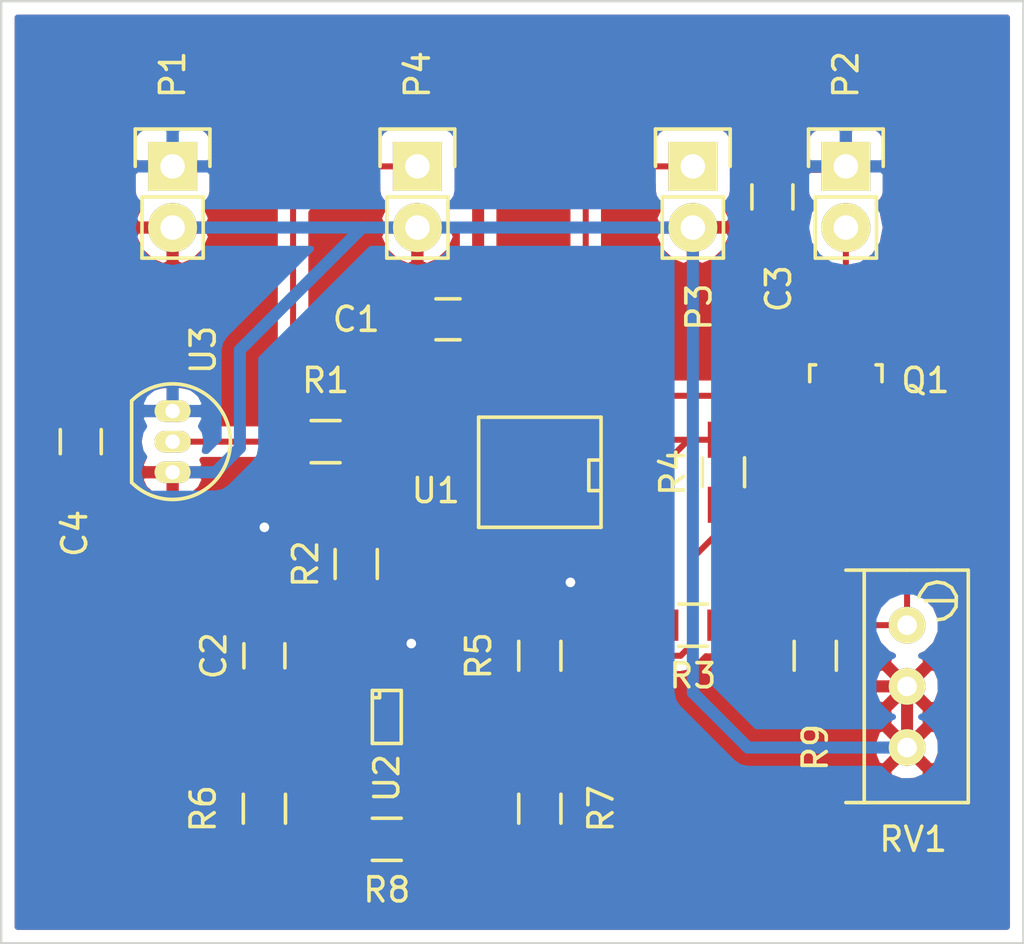
<source format=kicad_pcb>
(kicad_pcb (version 4) (host pcbnew 4.0.2-stable)

  (general
    (links 42)
    (no_connects 0)
    (area 44.907999 92.151999 87.426001 131.368001)
    (thickness 1.6)
    (drawings 4)
    (tracks 121)
    (zones 0)
    (modules 22)
    (nets 15)
  )

  (page A4)
  (layers
    (0 F.Cu signal)
    (31 B.Cu signal)
    (32 B.Adhes user)
    (33 F.Adhes user)
    (34 B.Paste user)
    (35 F.Paste user)
    (36 B.SilkS user)
    (37 F.SilkS user)
    (38 B.Mask user)
    (39 F.Mask user)
    (40 Dwgs.User user)
    (41 Cmts.User user)
    (42 Eco1.User user)
    (43 Eco2.User user)
    (44 Edge.Cuts user)
    (45 Margin user)
    (46 B.CrtYd user)
    (47 F.CrtYd user)
    (48 B.Fab user)
    (49 F.Fab user)
  )

  (setup
    (last_trace_width 0.25)
    (user_trace_width 0.5)
    (user_trace_width 1)
    (trace_clearance 0.2)
    (zone_clearance 0.508)
    (zone_45_only no)
    (trace_min 0.2)
    (segment_width 0.2)
    (edge_width 0.1)
    (via_size 0.6)
    (via_drill 0.4)
    (via_min_size 0.4)
    (via_min_drill 0.3)
    (uvia_size 0.3)
    (uvia_drill 0.1)
    (uvias_allowed no)
    (uvia_min_size 0.2)
    (uvia_min_drill 0.1)
    (pcb_text_width 0.3)
    (pcb_text_size 1.5 1.5)
    (mod_edge_width 0.15)
    (mod_text_size 1 1)
    (mod_text_width 0.15)
    (pad_size 1.5 1.5)
    (pad_drill 0.6)
    (pad_to_mask_clearance 0)
    (aux_axis_origin 0 0)
    (visible_elements FFFEFF7F)
    (pcbplotparams
      (layerselection 0x000f0_80000001)
      (usegerberextensions false)
      (excludeedgelayer true)
      (linewidth 0.100000)
      (plotframeref false)
      (viasonmask false)
      (mode 1)
      (useauxorigin false)
      (hpglpennumber 1)
      (hpglpenspeed 20)
      (hpglpendiameter 15)
      (hpglpenoverlay 2)
      (psnegative false)
      (psa4output false)
      (plotreference true)
      (plotvalue false)
      (plotinvisibletext false)
      (padsonsilk false)
      (subtractmaskfromsilk false)
      (outputformat 1)
      (mirror false)
      (drillshape 0)
      (scaleselection 1)
      (outputdirectory Gerber/))
  )

  (net 0 "")
  (net 1 GND)
  (net 2 +5V)
  (net 3 "Net-(P2-Pad2)")
  (net 4 "Net-(P3-Pad1)")
  (net 5 "Net-(P4-Pad1)")
  (net 6 "Net-(Q1-Pad2)")
  (net 7 "Net-(R1-Pad1)")
  (net 8 "Net-(R3-Pad2)")
  (net 9 "Net-(R4-Pad1)")
  (net 10 "Net-(R5-Pad1)")
  (net 11 "Net-(R5-Pad2)")
  (net 12 "Net-(R6-Pad2)")
  (net 13 "Net-(R7-Pad2)")
  (net 14 "Net-(U1-Pad7)")

  (net_class Default "This is the default net class."
    (clearance 0.2)
    (trace_width 0.25)
    (via_dia 0.6)
    (via_drill 0.4)
    (uvia_dia 0.3)
    (uvia_drill 0.1)
    (add_net +5V)
    (add_net GND)
    (add_net "Net-(P2-Pad2)")
    (add_net "Net-(P3-Pad1)")
    (add_net "Net-(P4-Pad1)")
    (add_net "Net-(Q1-Pad2)")
    (add_net "Net-(R1-Pad1)")
    (add_net "Net-(R3-Pad2)")
    (add_net "Net-(R4-Pad1)")
    (add_net "Net-(R5-Pad1)")
    (add_net "Net-(R5-Pad2)")
    (add_net "Net-(R6-Pad2)")
    (add_net "Net-(R7-Pad2)")
    (add_net "Net-(U1-Pad7)")
  )

  (module Capacitors_SMD:C_0805_HandSoldering (layer F.Cu) (tedit 570CF231) (tstamp 570CF11B)
    (at 63.5 105.41)
    (descr "Capacitor SMD 0805, hand soldering")
    (tags "capacitor 0805")
    (path /570C886B)
    (attr smd)
    (fp_text reference C1 (at -3.81 0) (layer F.SilkS)
      (effects (font (size 1 1) (thickness 0.15)))
    )
    (fp_text value 0.1uF (at 0 2.1) (layer F.Fab)
      (effects (font (size 1 1) (thickness 0.15)))
    )
    (fp_line (start -2.3 -1) (end 2.3 -1) (layer F.CrtYd) (width 0.05))
    (fp_line (start -2.3 1) (end 2.3 1) (layer F.CrtYd) (width 0.05))
    (fp_line (start -2.3 -1) (end -2.3 1) (layer F.CrtYd) (width 0.05))
    (fp_line (start 2.3 -1) (end 2.3 1) (layer F.CrtYd) (width 0.05))
    (fp_line (start 0.5 -0.85) (end -0.5 -0.85) (layer F.SilkS) (width 0.15))
    (fp_line (start -0.5 0.85) (end 0.5 0.85) (layer F.SilkS) (width 0.15))
    (pad 1 smd rect (at -1.25 0) (size 1.5 1.25) (layers F.Cu F.Paste F.Mask)
      (net 1 GND))
    (pad 2 smd rect (at 1.25 0) (size 1.5 1.25) (layers F.Cu F.Paste F.Mask)
      (net 2 +5V))
    (model Capacitors_SMD.3dshapes/C_0805_HandSoldering.wrl
      (at (xyz 0 0 0))
      (scale (xyz 1 1 1))
      (rotate (xyz 0 0 0))
    )
  )

  (module Capacitors_SMD:C_0805_HandSoldering (layer F.Cu) (tedit 541A9B8D) (tstamp 570CF127)
    (at 55.88 119.38 90)
    (descr "Capacitor SMD 0805, hand soldering")
    (tags "capacitor 0805")
    (path /570C8A42)
    (attr smd)
    (fp_text reference C2 (at 0 -2.1 90) (layer F.SilkS)
      (effects (font (size 1 1) (thickness 0.15)))
    )
    (fp_text value 0.1uF (at 0 2.1 90) (layer F.Fab)
      (effects (font (size 1 1) (thickness 0.15)))
    )
    (fp_line (start -2.3 -1) (end 2.3 -1) (layer F.CrtYd) (width 0.05))
    (fp_line (start -2.3 1) (end 2.3 1) (layer F.CrtYd) (width 0.05))
    (fp_line (start -2.3 -1) (end -2.3 1) (layer F.CrtYd) (width 0.05))
    (fp_line (start 2.3 -1) (end 2.3 1) (layer F.CrtYd) (width 0.05))
    (fp_line (start 0.5 -0.85) (end -0.5 -0.85) (layer F.SilkS) (width 0.15))
    (fp_line (start -0.5 0.85) (end 0.5 0.85) (layer F.SilkS) (width 0.15))
    (pad 1 smd rect (at -1.25 0 90) (size 1.5 1.25) (layers F.Cu F.Paste F.Mask)
      (net 1 GND))
    (pad 2 smd rect (at 1.25 0 90) (size 1.5 1.25) (layers F.Cu F.Paste F.Mask)
      (net 2 +5V))
    (model Capacitors_SMD.3dshapes/C_0805_HandSoldering.wrl
      (at (xyz 0 0 0))
      (scale (xyz 1 1 1))
      (rotate (xyz 0 0 0))
    )
  )

  (module Capacitors_SMD:C_0805_HandSoldering (layer F.Cu) (tedit 570CFBC7) (tstamp 570CF133)
    (at 76.962 100.33 90)
    (descr "Capacitor SMD 0805, hand soldering")
    (tags "capacitor 0805")
    (path /570C674D)
    (attr smd)
    (fp_text reference C3 (at -3.81 0.254 90) (layer F.SilkS)
      (effects (font (size 1 1) (thickness 0.15)))
    )
    (fp_text value 0.1uF (at 0 2.1 90) (layer F.Fab)
      (effects (font (size 1 1) (thickness 0.15)))
    )
    (fp_line (start -2.3 -1) (end 2.3 -1) (layer F.CrtYd) (width 0.05))
    (fp_line (start -2.3 1) (end 2.3 1) (layer F.CrtYd) (width 0.05))
    (fp_line (start -2.3 -1) (end -2.3 1) (layer F.CrtYd) (width 0.05))
    (fp_line (start 2.3 -1) (end 2.3 1) (layer F.CrtYd) (width 0.05))
    (fp_line (start 0.5 -0.85) (end -0.5 -0.85) (layer F.SilkS) (width 0.15))
    (fp_line (start -0.5 0.85) (end 0.5 0.85) (layer F.SilkS) (width 0.15))
    (pad 1 smd rect (at -1.25 0 90) (size 1.5 1.25) (layers F.Cu F.Paste F.Mask)
      (net 1 GND))
    (pad 2 smd rect (at 1.25 0 90) (size 1.5 1.25) (layers F.Cu F.Paste F.Mask)
      (net 2 +5V))
    (model Capacitors_SMD.3dshapes/C_0805_HandSoldering.wrl
      (at (xyz 0 0 0))
      (scale (xyz 1 1 1))
      (rotate (xyz 0 0 0))
    )
  )

  (module Capacitors_SMD:C_0805_HandSoldering (layer F.Cu) (tedit 570D2053) (tstamp 570CF13F)
    (at 48.26 110.49 90)
    (descr "Capacitor SMD 0805, hand soldering")
    (tags "capacitor 0805")
    (path /570C874E)
    (attr smd)
    (fp_text reference C4 (at -3.81 -0.254 90) (layer F.SilkS)
      (effects (font (size 1 1) (thickness 0.15)))
    )
    (fp_text value 0.1uF (at 0 2.1 90) (layer F.Fab)
      (effects (font (size 1 1) (thickness 0.15)))
    )
    (fp_line (start -2.3 -1) (end 2.3 -1) (layer F.CrtYd) (width 0.05))
    (fp_line (start -2.3 1) (end 2.3 1) (layer F.CrtYd) (width 0.05))
    (fp_line (start -2.3 -1) (end -2.3 1) (layer F.CrtYd) (width 0.05))
    (fp_line (start 2.3 -1) (end 2.3 1) (layer F.CrtYd) (width 0.05))
    (fp_line (start 0.5 -0.85) (end -0.5 -0.85) (layer F.SilkS) (width 0.15))
    (fp_line (start -0.5 0.85) (end 0.5 0.85) (layer F.SilkS) (width 0.15))
    (pad 1 smd rect (at -1.25 0 90) (size 1.5 1.25) (layers F.Cu F.Paste F.Mask)
      (net 1 GND))
    (pad 2 smd rect (at 1.25 0 90) (size 1.5 1.25) (layers F.Cu F.Paste F.Mask)
      (net 2 +5V))
    (model Capacitors_SMD.3dshapes/C_0805_HandSoldering.wrl
      (at (xyz 0 0 0))
      (scale (xyz 1 1 1))
      (rotate (xyz 0 0 0))
    )
  )

  (module Socket_Strips:Socket_Strip_Straight_1x02 (layer F.Cu) (tedit 570CF0E6) (tstamp 570CF150)
    (at 52.07 99.06 270)
    (descr "Through hole socket strip")
    (tags "socket strip")
    (path /570C65DC)
    (fp_text reference P1 (at -3.81 0 270) (layer F.SilkS)
      (effects (font (size 1 1) (thickness 0.15)))
    )
    (fp_text value Power (at 0 -3.1 270) (layer F.Fab)
      (effects (font (size 1 1) (thickness 0.15)))
    )
    (fp_line (start -1.55 1.55) (end 0 1.55) (layer F.SilkS) (width 0.15))
    (fp_line (start 3.81 1.27) (end 1.27 1.27) (layer F.SilkS) (width 0.15))
    (fp_line (start -1.75 -1.75) (end -1.75 1.75) (layer F.CrtYd) (width 0.05))
    (fp_line (start 4.3 -1.75) (end 4.3 1.75) (layer F.CrtYd) (width 0.05))
    (fp_line (start -1.75 -1.75) (end 4.3 -1.75) (layer F.CrtYd) (width 0.05))
    (fp_line (start -1.75 1.75) (end 4.3 1.75) (layer F.CrtYd) (width 0.05))
    (fp_line (start 1.27 1.27) (end 1.27 -1.27) (layer F.SilkS) (width 0.15))
    (fp_line (start 0 -1.55) (end -1.55 -1.55) (layer F.SilkS) (width 0.15))
    (fp_line (start -1.55 -1.55) (end -1.55 1.55) (layer F.SilkS) (width 0.15))
    (fp_line (start 1.27 -1.27) (end 3.81 -1.27) (layer F.SilkS) (width 0.15))
    (fp_line (start 3.81 -1.27) (end 3.81 1.27) (layer F.SilkS) (width 0.15))
    (pad 1 thru_hole rect (at 0 0 270) (size 2.032 2.032) (drill 1.016) (layers *.Cu *.Mask F.SilkS)
      (net 2 +5V))
    (pad 2 thru_hole oval (at 2.54 0 270) (size 2.032 2.032) (drill 1.016) (layers *.Cu *.Mask F.SilkS)
      (net 1 GND))
    (model Socket_Strips.3dshapes/Socket_Strip_Straight_1x02.wrl
      (at (xyz 0.05 0 0))
      (scale (xyz 1 1 1))
      (rotate (xyz 0 0 180))
    )
  )

  (module Socket_Strips:Socket_Strip_Straight_1x02 (layer F.Cu) (tedit 570CF0B8) (tstamp 570CF161)
    (at 80.01 99.06 270)
    (descr "Through hole socket strip")
    (tags "socket strip")
    (path /570C5F93)
    (fp_text reference P2 (at -3.81 0 270) (layer F.SilkS)
      (effects (font (size 1 1) (thickness 0.15)))
    )
    (fp_text value uA (at 0 -3.1 270) (layer F.Fab)
      (effects (font (size 1 1) (thickness 0.15)))
    )
    (fp_line (start -1.55 1.55) (end 0 1.55) (layer F.SilkS) (width 0.15))
    (fp_line (start 3.81 1.27) (end 1.27 1.27) (layer F.SilkS) (width 0.15))
    (fp_line (start -1.75 -1.75) (end -1.75 1.75) (layer F.CrtYd) (width 0.05))
    (fp_line (start 4.3 -1.75) (end 4.3 1.75) (layer F.CrtYd) (width 0.05))
    (fp_line (start -1.75 -1.75) (end 4.3 -1.75) (layer F.CrtYd) (width 0.05))
    (fp_line (start -1.75 1.75) (end 4.3 1.75) (layer F.CrtYd) (width 0.05))
    (fp_line (start 1.27 1.27) (end 1.27 -1.27) (layer F.SilkS) (width 0.15))
    (fp_line (start 0 -1.55) (end -1.55 -1.55) (layer F.SilkS) (width 0.15))
    (fp_line (start -1.55 -1.55) (end -1.55 1.55) (layer F.SilkS) (width 0.15))
    (fp_line (start 1.27 -1.27) (end 3.81 -1.27) (layer F.SilkS) (width 0.15))
    (fp_line (start 3.81 -1.27) (end 3.81 1.27) (layer F.SilkS) (width 0.15))
    (pad 1 thru_hole rect (at 0 0 270) (size 2.032 2.032) (drill 1.016) (layers *.Cu *.Mask F.SilkS)
      (net 2 +5V))
    (pad 2 thru_hole oval (at 2.54 0 270) (size 2.032 2.032) (drill 1.016) (layers *.Cu *.Mask F.SilkS)
      (net 3 "Net-(P2-Pad2)"))
    (model Socket_Strips.3dshapes/Socket_Strip_Straight_1x02.wrl
      (at (xyz 0.05 0 0))
      (scale (xyz 1 1 1))
      (rotate (xyz 0 0 180))
    )
  )

  (module Socket_Strips:Socket_Strip_Straight_1x02 (layer F.Cu) (tedit 570D214A) (tstamp 570CF172)
    (at 73.66 99.06 270)
    (descr "Through hole socket strip")
    (tags "socket strip")
    (path /570C813A)
    (fp_text reference P3 (at 5.842 -0.254 270) (layer F.SilkS)
      (effects (font (size 1 1) (thickness 0.15)))
    )
    (fp_text value Vout (at 0 -3.1 270) (layer F.Fab)
      (effects (font (size 1 1) (thickness 0.15)))
    )
    (fp_line (start -1.55 1.55) (end 0 1.55) (layer F.SilkS) (width 0.15))
    (fp_line (start 3.81 1.27) (end 1.27 1.27) (layer F.SilkS) (width 0.15))
    (fp_line (start -1.75 -1.75) (end -1.75 1.75) (layer F.CrtYd) (width 0.05))
    (fp_line (start 4.3 -1.75) (end 4.3 1.75) (layer F.CrtYd) (width 0.05))
    (fp_line (start -1.75 -1.75) (end 4.3 -1.75) (layer F.CrtYd) (width 0.05))
    (fp_line (start -1.75 1.75) (end 4.3 1.75) (layer F.CrtYd) (width 0.05))
    (fp_line (start 1.27 1.27) (end 1.27 -1.27) (layer F.SilkS) (width 0.15))
    (fp_line (start 0 -1.55) (end -1.55 -1.55) (layer F.SilkS) (width 0.15))
    (fp_line (start -1.55 -1.55) (end -1.55 1.55) (layer F.SilkS) (width 0.15))
    (fp_line (start 1.27 -1.27) (end 3.81 -1.27) (layer F.SilkS) (width 0.15))
    (fp_line (start 3.81 -1.27) (end 3.81 1.27) (layer F.SilkS) (width 0.15))
    (pad 1 thru_hole rect (at 0 0 270) (size 2.032 2.032) (drill 1.016) (layers *.Cu *.Mask F.SilkS)
      (net 4 "Net-(P3-Pad1)"))
    (pad 2 thru_hole oval (at 2.54 0 270) (size 2.032 2.032) (drill 1.016) (layers *.Cu *.Mask F.SilkS)
      (net 1 GND))
    (model Socket_Strips.3dshapes/Socket_Strip_Straight_1x02.wrl
      (at (xyz 0.05 0 0))
      (scale (xyz 1 1 1))
      (rotate (xyz 0 0 180))
    )
  )

  (module Socket_Strips:Socket_Strip_Straight_1x02 (layer F.Cu) (tedit 570CF0E0) (tstamp 570CF183)
    (at 62.23 99.06 270)
    (descr "Through hole socket strip")
    (tags "socket strip")
    (path /570CEE41)
    (fp_text reference P4 (at -3.81 0 270) (layer F.SilkS)
      (effects (font (size 1 1) (thickness 0.15)))
    )
    (fp_text value Vtemp (at 0 -3.1 270) (layer F.Fab)
      (effects (font (size 1 1) (thickness 0.15)))
    )
    (fp_line (start -1.55 1.55) (end 0 1.55) (layer F.SilkS) (width 0.15))
    (fp_line (start 3.81 1.27) (end 1.27 1.27) (layer F.SilkS) (width 0.15))
    (fp_line (start -1.75 -1.75) (end -1.75 1.75) (layer F.CrtYd) (width 0.05))
    (fp_line (start 4.3 -1.75) (end 4.3 1.75) (layer F.CrtYd) (width 0.05))
    (fp_line (start -1.75 -1.75) (end 4.3 -1.75) (layer F.CrtYd) (width 0.05))
    (fp_line (start -1.75 1.75) (end 4.3 1.75) (layer F.CrtYd) (width 0.05))
    (fp_line (start 1.27 1.27) (end 1.27 -1.27) (layer F.SilkS) (width 0.15))
    (fp_line (start 0 -1.55) (end -1.55 -1.55) (layer F.SilkS) (width 0.15))
    (fp_line (start -1.55 -1.55) (end -1.55 1.55) (layer F.SilkS) (width 0.15))
    (fp_line (start 1.27 -1.27) (end 3.81 -1.27) (layer F.SilkS) (width 0.15))
    (fp_line (start 3.81 -1.27) (end 3.81 1.27) (layer F.SilkS) (width 0.15))
    (pad 1 thru_hole rect (at 0 0 270) (size 2.032 2.032) (drill 1.016) (layers *.Cu *.Mask F.SilkS)
      (net 5 "Net-(P4-Pad1)"))
    (pad 2 thru_hole oval (at 2.54 0 270) (size 2.032 2.032) (drill 1.016) (layers *.Cu *.Mask F.SilkS)
      (net 1 GND))
    (model Socket_Strips.3dshapes/Socket_Strip_Straight_1x02.wrl
      (at (xyz 0.05 0 0))
      (scale (xyz 1 1 1))
      (rotate (xyz 0 0 180))
    )
  )

  (module TO_SOT_Packages_SMD:SOT-23 (layer F.Cu) (tedit 570D2151) (tstamp 570CF193)
    (at 80.01 107.95)
    (descr "SOT-23, Standard")
    (tags SOT-23)
    (path /570C5C0F)
    (attr smd)
    (fp_text reference Q1 (at 3.302 0) (layer F.SilkS)
      (effects (font (size 1 1) (thickness 0.15)))
    )
    (fp_text value MMBT3904 (at 0 2.3) (layer F.Fab)
      (effects (font (size 1 1) (thickness 0.15)))
    )
    (fp_line (start -1.65 -1.6) (end 1.65 -1.6) (layer F.CrtYd) (width 0.05))
    (fp_line (start 1.65 -1.6) (end 1.65 1.6) (layer F.CrtYd) (width 0.05))
    (fp_line (start 1.65 1.6) (end -1.65 1.6) (layer F.CrtYd) (width 0.05))
    (fp_line (start -1.65 1.6) (end -1.65 -1.6) (layer F.CrtYd) (width 0.05))
    (fp_line (start 1.29916 -0.65024) (end 1.2509 -0.65024) (layer F.SilkS) (width 0.15))
    (fp_line (start -1.49982 0.0508) (end -1.49982 -0.65024) (layer F.SilkS) (width 0.15))
    (fp_line (start -1.49982 -0.65024) (end -1.2509 -0.65024) (layer F.SilkS) (width 0.15))
    (fp_line (start 1.29916 -0.65024) (end 1.49982 -0.65024) (layer F.SilkS) (width 0.15))
    (fp_line (start 1.49982 -0.65024) (end 1.49982 0.0508) (layer F.SilkS) (width 0.15))
    (pad 1 smd rect (at -0.95 1.00076) (size 0.8001 0.8001) (layers F.Cu F.Paste F.Mask)
      (net 4 "Net-(P3-Pad1)"))
    (pad 2 smd rect (at 0.95 1.00076) (size 0.8001 0.8001) (layers F.Cu F.Paste F.Mask)
      (net 6 "Net-(Q1-Pad2)"))
    (pad 3 smd rect (at 0 -0.99822) (size 0.8001 0.8001) (layers F.Cu F.Paste F.Mask)
      (net 3 "Net-(P2-Pad2)"))
    (model TO_SOT_Packages_SMD.3dshapes/SOT-23.wrl
      (at (xyz 0 0 0))
      (scale (xyz 1 1 1))
      (rotate (xyz 0 0 0))
    )
  )

  (module Resistors_SMD:R_0805_HandSoldering (layer F.Cu) (tedit 570CF1AA) (tstamp 570CF19F)
    (at 58.42 110.49 180)
    (descr "Resistor SMD 0805, hand soldering")
    (tags "resistor 0805")
    (path /570C535A)
    (attr smd)
    (fp_text reference R1 (at 0 2.54 180) (layer F.SilkS)
      (effects (font (size 1 1) (thickness 0.15)))
    )
    (fp_text value 1M (at 0 2.1 180) (layer F.Fab)
      (effects (font (size 1 1) (thickness 0.15)))
    )
    (fp_line (start -2.4 -1) (end 2.4 -1) (layer F.CrtYd) (width 0.05))
    (fp_line (start -2.4 1) (end 2.4 1) (layer F.CrtYd) (width 0.05))
    (fp_line (start -2.4 -1) (end -2.4 1) (layer F.CrtYd) (width 0.05))
    (fp_line (start 2.4 -1) (end 2.4 1) (layer F.CrtYd) (width 0.05))
    (fp_line (start 0.6 0.875) (end -0.6 0.875) (layer F.SilkS) (width 0.15))
    (fp_line (start -0.6 -0.875) (end 0.6 -0.875) (layer F.SilkS) (width 0.15))
    (pad 1 smd rect (at -1.35 0 180) (size 1.5 1.3) (layers F.Cu F.Paste F.Mask)
      (net 7 "Net-(R1-Pad1)"))
    (pad 2 smd rect (at 1.35 0 180) (size 1.5 1.3) (layers F.Cu F.Paste F.Mask)
      (net 5 "Net-(P4-Pad1)"))
    (model Resistors_SMD.3dshapes/R_0805_HandSoldering.wrl
      (at (xyz 0 0 0))
      (scale (xyz 1 1 1))
      (rotate (xyz 0 0 0))
    )
  )

  (module Resistors_SMD:R_0805_HandSoldering (layer F.Cu) (tedit 54189DEE) (tstamp 570CF1AB)
    (at 59.69 115.57 90)
    (descr "Resistor SMD 0805, hand soldering")
    (tags "resistor 0805")
    (path /570C541B)
    (attr smd)
    (fp_text reference R2 (at 0 -2.1 90) (layer F.SilkS)
      (effects (font (size 1 1) (thickness 0.15)))
    )
    (fp_text value 1M (at 0 2.1 90) (layer F.Fab)
      (effects (font (size 1 1) (thickness 0.15)))
    )
    (fp_line (start -2.4 -1) (end 2.4 -1) (layer F.CrtYd) (width 0.05))
    (fp_line (start -2.4 1) (end 2.4 1) (layer F.CrtYd) (width 0.05))
    (fp_line (start -2.4 -1) (end -2.4 1) (layer F.CrtYd) (width 0.05))
    (fp_line (start 2.4 -1) (end 2.4 1) (layer F.CrtYd) (width 0.05))
    (fp_line (start 0.6 0.875) (end -0.6 0.875) (layer F.SilkS) (width 0.15))
    (fp_line (start -0.6 -0.875) (end 0.6 -0.875) (layer F.SilkS) (width 0.15))
    (pad 1 smd rect (at -1.35 0 90) (size 1.5 1.3) (layers F.Cu F.Paste F.Mask)
      (net 1 GND))
    (pad 2 smd rect (at 1.35 0 90) (size 1.5 1.3) (layers F.Cu F.Paste F.Mask)
      (net 7 "Net-(R1-Pad1)"))
    (model Resistors_SMD.3dshapes/R_0805_HandSoldering.wrl
      (at (xyz 0 0 0))
      (scale (xyz 1 1 1))
      (rotate (xyz 0 0 0))
    )
  )

  (module Resistors_SMD:R_0805_HandSoldering (layer F.Cu) (tedit 54189DEE) (tstamp 570CF1B7)
    (at 73.66 118.11 180)
    (descr "Resistor SMD 0805, hand soldering")
    (tags "resistor 0805")
    (path /570C5880)
    (attr smd)
    (fp_text reference R3 (at 0 -2.1 180) (layer F.SilkS)
      (effects (font (size 1 1) (thickness 0.15)))
    )
    (fp_text value 1M (at 0 2.1 180) (layer F.Fab)
      (effects (font (size 1 1) (thickness 0.15)))
    )
    (fp_line (start -2.4 -1) (end 2.4 -1) (layer F.CrtYd) (width 0.05))
    (fp_line (start -2.4 1) (end 2.4 1) (layer F.CrtYd) (width 0.05))
    (fp_line (start -2.4 -1) (end -2.4 1) (layer F.CrtYd) (width 0.05))
    (fp_line (start 2.4 -1) (end 2.4 1) (layer F.CrtYd) (width 0.05))
    (fp_line (start 0.6 0.875) (end -0.6 0.875) (layer F.SilkS) (width 0.15))
    (fp_line (start -0.6 -0.875) (end 0.6 -0.875) (layer F.SilkS) (width 0.15))
    (pad 1 smd rect (at -1.35 0 180) (size 1.5 1.3) (layers F.Cu F.Paste F.Mask)
      (net 6 "Net-(Q1-Pad2)"))
    (pad 2 smd rect (at 1.35 0 180) (size 1.5 1.3) (layers F.Cu F.Paste F.Mask)
      (net 8 "Net-(R3-Pad2)"))
    (model Resistors_SMD.3dshapes/R_0805_HandSoldering.wrl
      (at (xyz 0 0 0))
      (scale (xyz 1 1 1))
      (rotate (xyz 0 0 0))
    )
  )

  (module Resistors_SMD:R_0805_HandSoldering (layer F.Cu) (tedit 54189DEE) (tstamp 570CF1C3)
    (at 74.93 111.76 90)
    (descr "Resistor SMD 0805, hand soldering")
    (tags "resistor 0805")
    (path /570C58CE)
    (attr smd)
    (fp_text reference R4 (at 0 -2.1 90) (layer F.SilkS)
      (effects (font (size 1 1) (thickness 0.15)))
    )
    (fp_text value 1M (at 0 2.1 90) (layer F.Fab)
      (effects (font (size 1 1) (thickness 0.15)))
    )
    (fp_line (start -2.4 -1) (end 2.4 -1) (layer F.CrtYd) (width 0.05))
    (fp_line (start -2.4 1) (end 2.4 1) (layer F.CrtYd) (width 0.05))
    (fp_line (start -2.4 -1) (end -2.4 1) (layer F.CrtYd) (width 0.05))
    (fp_line (start 2.4 -1) (end 2.4 1) (layer F.CrtYd) (width 0.05))
    (fp_line (start 0.6 0.875) (end -0.6 0.875) (layer F.SilkS) (width 0.15))
    (fp_line (start -0.6 -0.875) (end 0.6 -0.875) (layer F.SilkS) (width 0.15))
    (pad 1 smd rect (at -1.35 0 90) (size 1.5 1.3) (layers F.Cu F.Paste F.Mask)
      (net 9 "Net-(R4-Pad1)"))
    (pad 2 smd rect (at 1.35 0 90) (size 1.5 1.3) (layers F.Cu F.Paste F.Mask)
      (net 8 "Net-(R3-Pad2)"))
    (model Resistors_SMD.3dshapes/R_0805_HandSoldering.wrl
      (at (xyz 0 0 0))
      (scale (xyz 1 1 1))
      (rotate (xyz 0 0 0))
    )
  )

  (module Resistors_SMD:R_0805_HandSoldering (layer F.Cu) (tedit 570CF298) (tstamp 570CF1CF)
    (at 67.31 119.38 90)
    (descr "Resistor SMD 0805, hand soldering")
    (tags "resistor 0805")
    (path /570C55CB)
    (attr smd)
    (fp_text reference R5 (at 0 -2.54 90) (layer F.SilkS)
      (effects (font (size 1 1) (thickness 0.15)))
    )
    (fp_text value 1M (at 0 2.1 90) (layer F.Fab)
      (effects (font (size 1 1) (thickness 0.15)))
    )
    (fp_line (start -2.4 -1) (end 2.4 -1) (layer F.CrtYd) (width 0.05))
    (fp_line (start -2.4 1) (end 2.4 1) (layer F.CrtYd) (width 0.05))
    (fp_line (start -2.4 -1) (end -2.4 1) (layer F.CrtYd) (width 0.05))
    (fp_line (start 2.4 -1) (end 2.4 1) (layer F.CrtYd) (width 0.05))
    (fp_line (start 0.6 0.875) (end -0.6 0.875) (layer F.SilkS) (width 0.15))
    (fp_line (start -0.6 -0.875) (end 0.6 -0.875) (layer F.SilkS) (width 0.15))
    (pad 1 smd rect (at -1.35 0 90) (size 1.5 1.3) (layers F.Cu F.Paste F.Mask)
      (net 10 "Net-(R5-Pad1)"))
    (pad 2 smd rect (at 1.35 0 90) (size 1.5 1.3) (layers F.Cu F.Paste F.Mask)
      (net 11 "Net-(R5-Pad2)"))
    (model Resistors_SMD.3dshapes/R_0805_HandSoldering.wrl
      (at (xyz 0 0 0))
      (scale (xyz 1 1 1))
      (rotate (xyz 0 0 0))
    )
  )

  (module Resistors_SMD:R_0805_HandSoldering (layer F.Cu) (tedit 570CF327) (tstamp 570CF1DB)
    (at 55.88 125.73 270)
    (descr "Resistor SMD 0805, hand soldering")
    (tags "resistor 0805")
    (path /570C5669)
    (attr smd)
    (fp_text reference R6 (at 0 2.54 270) (layer F.SilkS)
      (effects (font (size 1 1) (thickness 0.15)))
    )
    (fp_text value 1M (at 0 2.1 270) (layer F.Fab)
      (effects (font (size 1 1) (thickness 0.15)))
    )
    (fp_line (start -2.4 -1) (end 2.4 -1) (layer F.CrtYd) (width 0.05))
    (fp_line (start -2.4 1) (end 2.4 1) (layer F.CrtYd) (width 0.05))
    (fp_line (start -2.4 -1) (end -2.4 1) (layer F.CrtYd) (width 0.05))
    (fp_line (start 2.4 -1) (end 2.4 1) (layer F.CrtYd) (width 0.05))
    (fp_line (start 0.6 0.875) (end -0.6 0.875) (layer F.SilkS) (width 0.15))
    (fp_line (start -0.6 -0.875) (end 0.6 -0.875) (layer F.SilkS) (width 0.15))
    (pad 1 smd rect (at -1.35 0 270) (size 1.5 1.3) (layers F.Cu F.Paste F.Mask)
      (net 1 GND))
    (pad 2 smd rect (at 1.35 0 270) (size 1.5 1.3) (layers F.Cu F.Paste F.Mask)
      (net 12 "Net-(R6-Pad2)"))
    (model Resistors_SMD.3dshapes/R_0805_HandSoldering.wrl
      (at (xyz 0 0 0))
      (scale (xyz 1 1 1))
      (rotate (xyz 0 0 0))
    )
  )

  (module Resistors_SMD:R_0805_HandSoldering (layer F.Cu) (tedit 570CF2B4) (tstamp 570CF1E7)
    (at 67.31 125.73 270)
    (descr "Resistor SMD 0805, hand soldering")
    (tags "resistor 0805")
    (path /570C7B3C)
    (attr smd)
    (fp_text reference R7 (at 0 -2.54 270) (layer F.SilkS)
      (effects (font (size 1 1) (thickness 0.15)))
    )
    (fp_text value 200k (at 0 2.1 270) (layer F.Fab)
      (effects (font (size 1 1) (thickness 0.15)))
    )
    (fp_line (start -2.4 -1) (end 2.4 -1) (layer F.CrtYd) (width 0.05))
    (fp_line (start -2.4 1) (end 2.4 1) (layer F.CrtYd) (width 0.05))
    (fp_line (start -2.4 -1) (end -2.4 1) (layer F.CrtYd) (width 0.05))
    (fp_line (start 2.4 -1) (end 2.4 1) (layer F.CrtYd) (width 0.05))
    (fp_line (start 0.6 0.875) (end -0.6 0.875) (layer F.SilkS) (width 0.15))
    (fp_line (start -0.6 -0.875) (end 0.6 -0.875) (layer F.SilkS) (width 0.15))
    (pad 1 smd rect (at -1.35 0 270) (size 1.5 1.3) (layers F.Cu F.Paste F.Mask)
      (net 10 "Net-(R5-Pad1)"))
    (pad 2 smd rect (at 1.35 0 270) (size 1.5 1.3) (layers F.Cu F.Paste F.Mask)
      (net 13 "Net-(R7-Pad2)"))
    (model Resistors_SMD.3dshapes/R_0805_HandSoldering.wrl
      (at (xyz 0 0 0))
      (scale (xyz 1 1 1))
      (rotate (xyz 0 0 0))
    )
  )

  (module Resistors_SMD:R_0805_HandSoldering (layer F.Cu) (tedit 54189DEE) (tstamp 570CF1F3)
    (at 60.96 127 180)
    (descr "Resistor SMD 0805, hand soldering")
    (tags "resistor 0805")
    (path /570C7CE1)
    (attr smd)
    (fp_text reference R8 (at 0 -2.1 180) (layer F.SilkS)
      (effects (font (size 1 1) (thickness 0.15)))
    )
    (fp_text value 200k (at 0 2.1 180) (layer F.Fab)
      (effects (font (size 1 1) (thickness 0.15)))
    )
    (fp_line (start -2.4 -1) (end 2.4 -1) (layer F.CrtYd) (width 0.05))
    (fp_line (start -2.4 1) (end 2.4 1) (layer F.CrtYd) (width 0.05))
    (fp_line (start -2.4 -1) (end -2.4 1) (layer F.CrtYd) (width 0.05))
    (fp_line (start 2.4 -1) (end 2.4 1) (layer F.CrtYd) (width 0.05))
    (fp_line (start 0.6 0.875) (end -0.6 0.875) (layer F.SilkS) (width 0.15))
    (fp_line (start -0.6 -0.875) (end 0.6 -0.875) (layer F.SilkS) (width 0.15))
    (pad 1 smd rect (at -1.35 0 180) (size 1.5 1.3) (layers F.Cu F.Paste F.Mask)
      (net 13 "Net-(R7-Pad2)"))
    (pad 2 smd rect (at 1.35 0 180) (size 1.5 1.3) (layers F.Cu F.Paste F.Mask)
      (net 12 "Net-(R6-Pad2)"))
    (model Resistors_SMD.3dshapes/R_0805_HandSoldering.wrl
      (at (xyz 0 0 0))
      (scale (xyz 1 1 1))
      (rotate (xyz 0 0 0))
    )
  )

  (module Resistors_SMD:R_0805_HandSoldering (layer F.Cu) (tedit 570CF1F1) (tstamp 570CF1FF)
    (at 78.74 119.38 90)
    (descr "Resistor SMD 0805, hand soldering")
    (tags "resistor 0805")
    (path /570C5CE6)
    (attr smd)
    (fp_text reference R9 (at -3.81 0 90) (layer F.SilkS)
      (effects (font (size 1 1) (thickness 0.15)))
    )
    (fp_text value 33.2k (at 0 2.1 90) (layer F.Fab)
      (effects (font (size 1 1) (thickness 0.15)))
    )
    (fp_line (start -2.4 -1) (end 2.4 -1) (layer F.CrtYd) (width 0.05))
    (fp_line (start -2.4 1) (end 2.4 1) (layer F.CrtYd) (width 0.05))
    (fp_line (start -2.4 -1) (end -2.4 1) (layer F.CrtYd) (width 0.05))
    (fp_line (start 2.4 -1) (end 2.4 1) (layer F.CrtYd) (width 0.05))
    (fp_line (start 0.6 0.875) (end -0.6 0.875) (layer F.SilkS) (width 0.15))
    (fp_line (start -0.6 -0.875) (end 0.6 -0.875) (layer F.SilkS) (width 0.15))
    (pad 1 smd rect (at -1.35 0 90) (size 1.5 1.3) (layers F.Cu F.Paste F.Mask)
      (net 1 GND))
    (pad 2 smd rect (at 1.35 0 90) (size 1.5 1.3) (layers F.Cu F.Paste F.Mask)
      (net 6 "Net-(Q1-Pad2)"))
    (model Resistors_SMD.3dshapes/R_0805_HandSoldering.wrl
      (at (xyz 0 0 0))
      (scale (xyz 1 1 1))
      (rotate (xyz 0 0 0))
    )
  )

  (module Potentiometers:Potentiometer_Bourns_3296W_3-8Zoll_Inline_ScrewUp (layer F.Cu) (tedit 570D2177) (tstamp 570CF217)
    (at 82.55 118.11 180)
    (descr "3296, 3/8, Square, Trimpot, Trimming, Potentiometer, Bourns")
    (tags "3296, 3/8, Square, Trimpot, Trimming, Potentiometer, Bourns")
    (path /570C5E34)
    (fp_text reference RV1 (at -0.254 -8.89 180) (layer F.SilkS)
      (effects (font (size 1 1) (thickness 0.15)))
    )
    (fp_text value 100k (at 1.27 5.08 180) (layer F.Fab)
      (effects (font (size 1 1) (thickness 0.15)))
    )
    (fp_line (start -2.032 1.016) (end -0.762 1.016) (layer F.SilkS) (width 0.15))
    (fp_line (start -1.2827 0.2286) (end -1.5367 0.2667) (layer F.SilkS) (width 0.15))
    (fp_line (start -1.5367 0.2667) (end -1.8161 0.4445) (layer F.SilkS) (width 0.15))
    (fp_line (start -1.8161 0.4445) (end -2.032 0.762) (layer F.SilkS) (width 0.15))
    (fp_line (start -2.032 0.762) (end -2.0447 1.2065) (layer F.SilkS) (width 0.15))
    (fp_line (start -2.0447 1.2065) (end -1.8415 1.5621) (layer F.SilkS) (width 0.15))
    (fp_line (start -1.8415 1.5621) (end -1.5494 1.7399) (layer F.SilkS) (width 0.15))
    (fp_line (start -1.5494 1.7399) (end -1.2319 1.7907) (layer F.SilkS) (width 0.15))
    (fp_line (start -1.2319 1.7907) (end -0.8255 1.6891) (layer F.SilkS) (width 0.15))
    (fp_line (start -0.8255 1.6891) (end -0.5715 1.3462) (layer F.SilkS) (width 0.15))
    (fp_line (start -0.5715 1.3462) (end -0.4826 1.1684) (layer F.SilkS) (width 0.15))
    (fp_line (start 1.778 -7.366) (end 1.778 2.286) (layer F.SilkS) (width 0.15))
    (fp_line (start -1.27 2.286) (end -2.54 2.286) (layer F.SilkS) (width 0.15))
    (fp_line (start -2.54 2.286) (end -2.54 -7.366) (layer F.SilkS) (width 0.15))
    (fp_line (start -2.54 -7.366) (end 2.54 -7.366) (layer F.SilkS) (width 0.15))
    (fp_line (start 2.54 2.286) (end 0 2.286) (layer F.SilkS) (width 0.15))
    (fp_line (start 0 2.286) (end -1.27 2.286) (layer F.SilkS) (width 0.15))
    (pad 2 thru_hole circle (at 0 -2.54 180) (size 1.524 1.524) (drill 0.8128) (layers *.Cu *.Mask F.SilkS)
      (net 1 GND))
    (pad 3 thru_hole circle (at 0 -5.08 180) (size 1.524 1.524) (drill 0.8128) (layers *.Cu *.Mask F.SilkS)
      (net 1 GND))
    (pad 1 thru_hole circle (at 0 0 180) (size 1.524 1.524) (drill 0.8128) (layers *.Cu *.Mask F.SilkS)
      (net 6 "Net-(Q1-Pad2)"))
    (model Potentiometers.3dshapes/Potentiometer_Bourns_3296W_3-8Zoll_Inline_ScrewUp.wrl
      (at (xyz 0 0 0))
      (scale (xyz 1 1 1))
      (rotate (xyz 0 0 0))
    )
  )

  (module SMD_Packages:SOIC-8-N (layer F.Cu) (tedit 570D1EF3) (tstamp 570CF22A)
    (at 67.31 111.76 180)
    (descr "Module Narrow CMS SOJ 8 pins large")
    (tags "CMS SOJ")
    (path /570C548C)
    (attr smd)
    (fp_text reference U1 (at 4.318 -0.762 180) (layer F.SilkS)
      (effects (font (size 1 1) (thickness 0.15)))
    )
    (fp_text value LTC1541 (at 0 1.27 180) (layer F.Fab)
      (effects (font (size 1 1) (thickness 0.15)))
    )
    (fp_line (start -2.54 -2.286) (end 2.54 -2.286) (layer F.SilkS) (width 0.15))
    (fp_line (start 2.54 -2.286) (end 2.54 2.286) (layer F.SilkS) (width 0.15))
    (fp_line (start 2.54 2.286) (end -2.54 2.286) (layer F.SilkS) (width 0.15))
    (fp_line (start -2.54 2.286) (end -2.54 -2.286) (layer F.SilkS) (width 0.15))
    (fp_line (start -2.54 -0.762) (end -2.032 -0.762) (layer F.SilkS) (width 0.15))
    (fp_line (start -2.032 -0.762) (end -2.032 0.508) (layer F.SilkS) (width 0.15))
    (fp_line (start -2.032 0.508) (end -2.54 0.508) (layer F.SilkS) (width 0.15))
    (pad 8 smd rect (at -1.905 -3.175 180) (size 0.508 1.143) (layers F.Cu F.Paste F.Mask)
      (net 2 +5V))
    (pad 7 smd rect (at -0.635 -3.175 180) (size 0.508 1.143) (layers F.Cu F.Paste F.Mask)
      (net 14 "Net-(U1-Pad7)"))
    (pad 6 smd rect (at 0.635 -3.175 180) (size 0.508 1.143) (layers F.Cu F.Paste F.Mask)
      (net 11 "Net-(R5-Pad2)"))
    (pad 5 smd rect (at 1.905 -3.175 180) (size 0.508 1.143) (layers F.Cu F.Paste F.Mask)
      (net 1 GND))
    (pad 4 smd rect (at 1.905 3.175 180) (size 0.508 1.143) (layers F.Cu F.Paste F.Mask)
      (net 1 GND))
    (pad 3 smd rect (at 0.635 3.175 180) (size 0.508 1.143) (layers F.Cu F.Paste F.Mask)
      (net 7 "Net-(R1-Pad1)"))
    (pad 2 smd rect (at -0.635 3.175 180) (size 0.508 1.143) (layers F.Cu F.Paste F.Mask)
      (net 8 "Net-(R3-Pad2)"))
    (pad 1 smd rect (at -1.905 3.175 180) (size 0.508 1.143) (layers F.Cu F.Paste F.Mask)
      (net 4 "Net-(P3-Pad1)"))
    (model SMD_Packages.3dshapes/SOIC-8-N.wrl
      (at (xyz 0 0 0))
      (scale (xyz 0.5 0.38 0.5))
      (rotate (xyz 0 0 0))
    )
  )

  (module TO_SOT_Packages_SMD:SC-70-5 (layer F.Cu) (tedit 570CFA13) (tstamp 570CF239)
    (at 60.96 121.92 270)
    (descr "SC70-5 SOT323-5")
    (path /570C57EA)
    (attr smd)
    (fp_text reference U2 (at 2.54 0 270) (layer F.SilkS)
      (effects (font (size 1 1) (thickness 0.15)))
    )
    (fp_text value MCP6V11 (at 2.2 0.3 270) (layer F.Fab)
      (effects (font (size 1 1) (thickness 0.15)))
    )
    (fp_line (start -1.1 0.3) (end -0.8 0.3) (layer F.SilkS) (width 0.15))
    (fp_line (start -0.8 0.3) (end -0.8 0.6) (layer F.SilkS) (width 0.15))
    (fp_line (start 1.1 -0.6) (end -1.1 -0.6) (layer F.SilkS) (width 0.15))
    (fp_line (start -1.1 -0.6) (end -1.1 0.6) (layer F.SilkS) (width 0.15))
    (fp_line (start -1.1 0.6) (end 1.1 0.6) (layer F.SilkS) (width 0.15))
    (fp_line (start 1.1 0.6) (end 1.1 -0.6) (layer F.SilkS) (width 0.15))
    (pad 1 smd rect (at -0.6604 1.016 270) (size 0.4064 0.6604) (layers F.Cu F.Paste F.Mask)
      (net 9 "Net-(R4-Pad1)"))
    (pad 3 smd rect (at 0.6604 1.016 270) (size 0.4064 0.6604) (layers F.Cu F.Paste F.Mask)
      (net 12 "Net-(R6-Pad2)"))
    (pad 2 smd rect (at 0 1.016 270) (size 0.4064 0.6604) (layers F.Cu F.Paste F.Mask)
      (net 1 GND))
    (pad 4 smd rect (at 0.6604 -1.016 270) (size 0.4064 0.6604) (layers F.Cu F.Paste F.Mask)
      (net 9 "Net-(R4-Pad1)"))
    (pad 5 smd rect (at -0.6604 -1.016 270) (size 0.4064 0.6604) (layers F.Cu F.Paste F.Mask)
      (net 2 +5V))
    (model TO_SOT_Packages_SMD.3dshapes/SC-70-5.wrl
      (at (xyz 0 0 0))
      (scale (xyz 1 1 1))
      (rotate (xyz 0 0 0))
    )
  )

  (module TO_SOT_Packages_THT:TO-92_Inline_Narrow_Oval (layer F.Cu) (tedit 570CF3C1) (tstamp 570CF247)
    (at 52.07 109.22 270)
    (descr "TO-92 leads in-line, narrow, oval pads, drill 0.6mm (see NXP sot054_po.pdf)")
    (tags "to-92 sc-43 sc-43a sot54 PA33 transistor")
    (path /570C6C7A)
    (fp_text reference U3 (at -2.54 -1.27 270) (layer F.SilkS)
      (effects (font (size 1 1) (thickness 0.15)))
    )
    (fp_text value MCP9700A (at 0 3 270) (layer F.Fab)
      (effects (font (size 1 1) (thickness 0.15)))
    )
    (fp_line (start -1.4 1.95) (end -1.4 -2.65) (layer F.CrtYd) (width 0.05))
    (fp_line (start -1.4 1.95) (end 3.95 1.95) (layer F.CrtYd) (width 0.05))
    (fp_line (start -0.43 1.7) (end 2.97 1.7) (layer F.SilkS) (width 0.15))
    (fp_arc (start 1.27 0) (end 1.27 -2.4) (angle -135) (layer F.SilkS) (width 0.15))
    (fp_arc (start 1.27 0) (end 1.27 -2.4) (angle 135) (layer F.SilkS) (width 0.15))
    (fp_line (start -1.4 -2.65) (end 3.95 -2.65) (layer F.CrtYd) (width 0.05))
    (fp_line (start 3.95 1.95) (end 3.95 -2.65) (layer F.CrtYd) (width 0.05))
    (pad 2 thru_hole oval (at 1.27 0 90) (size 0.89916 1.50114) (drill 0.6) (layers *.Cu *.Mask F.SilkS)
      (net 5 "Net-(P4-Pad1)"))
    (pad 3 thru_hole oval (at 2.54 0 90) (size 0.89916 1.50114) (drill 0.6) (layers *.Cu *.Mask F.SilkS)
      (net 1 GND))
    (pad 1 thru_hole oval (at 0 0 90) (size 0.89916 1.50114) (drill 0.6) (layers *.Cu *.Mask F.SilkS)
      (net 2 +5V))
    (model TO_SOT_Packages_THT.3dshapes/TO-92_Inline_Narrow_Oval.wrl
      (at (xyz 0.05 0 0))
      (scale (xyz 1 1 1))
      (rotate (xyz 0 0 -90))
    )
  )

  (gr_line (start 87.376 131.318) (end 44.958 131.318) (angle 90) (layer Edge.Cuts) (width 0.1))
  (gr_line (start 87.376 92.202) (end 44.958 92.202) (angle 90) (layer Edge.Cuts) (width 0.1))
  (gr_line (start 44.958 92.202) (end 44.958 131.318) (angle 90) (layer Edge.Cuts) (width 0.1))
  (gr_line (start 87.376 92.202) (end 87.376 131.318) (angle 90) (layer Edge.Cuts) (width 0.1))

  (segment (start 52.07 101.6) (end 59.944 101.6) (width 0.5) (layer B.Cu) (net 1))
  (segment (start 76.962 101.58) (end 73.68 101.58) (width 0.5) (layer F.Cu) (net 1))
  (segment (start 73.68 101.58) (end 73.66 101.6) (width 0.5) (layer F.Cu) (net 1) (tstamp 570CFC0E))
  (segment (start 62.23 101.6) (end 59.944 101.6) (width 0.5) (layer B.Cu) (net 1))
  (segment (start 53.848 111.76) (end 52.07 111.76) (width 0.5) (layer B.Cu) (net 1) (tstamp 570CFB2E))
  (segment (start 54.864 110.744) (end 53.848 111.76) (width 0.5) (layer B.Cu) (net 1) (tstamp 570CFB2C))
  (segment (start 54.864 106.68) (end 54.864 110.744) (width 0.5) (layer B.Cu) (net 1) (tstamp 570CFB27))
  (segment (start 59.944 101.6) (end 54.864 106.68) (width 0.5) (layer B.Cu) (net 1) (tstamp 570CFB22))
  (segment (start 73.66 101.6) (end 73.66 120.904) (width 0.5) (layer B.Cu) (net 1))
  (segment (start 75.946 123.19) (end 82.55 123.19) (width 0.5) (layer B.Cu) (net 1) (tstamp 570CFAD7))
  (segment (start 73.66 120.904) (end 75.946 123.19) (width 0.5) (layer B.Cu) (net 1) (tstamp 570CFACE))
  (segment (start 62.23 101.6) (end 62.23 105.39) (width 0.5) (layer F.Cu) (net 1))
  (segment (start 62.23 105.39) (end 62.25 105.41) (width 0.5) (layer F.Cu) (net 1) (tstamp 570CFAAA))
  (segment (start 62.23 101.6) (end 73.66 101.6) (width 0.5) (layer B.Cu) (net 1))
  (segment (start 59.944 121.92) (end 57.17 121.92) (width 0.5) (layer F.Cu) (net 1))
  (segment (start 57.17 121.92) (end 55.88 120.63) (width 0.5) (layer F.Cu) (net 1) (tstamp 570CF9FA))
  (segment (start 59.69 116.92) (end 64.436 116.92) (width 0.5) (layer F.Cu) (net 1))
  (segment (start 65.405 115.951) (end 65.405 114.935) (width 0.5) (layer F.Cu) (net 1) (tstamp 570CF845))
  (segment (start 64.436 116.92) (end 65.405 115.951) (width 0.5) (layer F.Cu) (net 1) (tstamp 570CF843))
  (segment (start 62.25 105.41) (end 62.25 107.716) (width 0.5) (layer F.Cu) (net 1))
  (segment (start 63.119 108.585) (end 65.405 108.585) (width 0.5) (layer F.Cu) (net 1) (tstamp 570CF792))
  (segment (start 62.25 107.716) (end 63.119 108.585) (width 0.5) (layer F.Cu) (net 1) (tstamp 570CF78F))
  (segment (start 59.69 116.92) (end 59.69 118.872) (width 0.5) (layer F.Cu) (net 1))
  (segment (start 57.932 120.63) (end 55.88 120.63) (width 0.5) (layer F.Cu) (net 1) (tstamp 570CF6C2))
  (segment (start 59.69 118.872) (end 57.932 120.63) (width 0.5) (layer F.Cu) (net 1) (tstamp 570CF6BD))
  (segment (start 55.88 120.63) (end 55.88 124.38) (width 0.5) (layer F.Cu) (net 1))
  (segment (start 52.07 111.76) (end 52.07 119.634) (width 0.5) (layer F.Cu) (net 1))
  (segment (start 52.07 119.634) (end 53.066 120.63) (width 0.5) (layer F.Cu) (net 1) (tstamp 570CF6B1))
  (segment (start 53.066 120.63) (end 55.88 120.63) (width 0.5) (layer F.Cu) (net 1) (tstamp 570CF6B5))
  (segment (start 82.55 120.65) (end 78.82 120.65) (width 0.5) (layer F.Cu) (net 1))
  (segment (start 78.82 120.65) (end 78.74 120.73) (width 0.5) (layer F.Cu) (net 1) (tstamp 570CF694))
  (segment (start 82.55 123.19) (end 82.55 120.65) (width 0.5) (layer F.Cu) (net 1))
  (segment (start 62.23 105.39) (end 62.25 105.41) (width 0.5) (layer F.Cu) (net 1) (tstamp 570CF646))
  (segment (start 48.24 111.76) (end 52.07 111.76) (width 0.5) (layer F.Cu) (net 1) (tstamp 570CF61D))
  (segment (start 52.07 99.06) (end 49.276 99.06) (width 0.5) (layer F.Cu) (net 2))
  (segment (start 48.26 100.076) (end 48.26 109.24) (width 0.5) (layer F.Cu) (net 2) (tstamp 570D204B))
  (segment (start 49.276 99.06) (end 48.26 100.076) (width 0.5) (layer F.Cu) (net 2) (tstamp 570D2048))
  (segment (start 52.07 99.06) (end 52.07 97.536) (width 0.5) (layer B.Cu) (net 2))
  (segment (start 80.01 96.774) (end 80.01 99.06) (width 0.5) (layer B.Cu) (net 2) (tstamp 570D1FDE))
  (segment (start 78.74 95.504) (end 80.01 96.774) (width 0.5) (layer B.Cu) (net 2) (tstamp 570D1FDB))
  (segment (start 54.102 95.504) (end 78.74 95.504) (width 0.5) (layer B.Cu) (net 2) (tstamp 570D1FD6))
  (segment (start 52.07 97.536) (end 54.102 95.504) (width 0.5) (layer B.Cu) (net 2) (tstamp 570D1FCF))
  (segment (start 69.215 114.935) (end 69.215 115.697) (width 0.5) (layer F.Cu) (net 2))
  (segment (start 66.04 118.872) (end 61.976 118.872) (width 0.5) (layer B.Cu) (net 2) (tstamp 570CFCEB))
  (segment (start 68.58 116.332) (end 66.04 118.872) (width 0.5) (layer B.Cu) (net 2) (tstamp 570CFCEA))
  (via (at 68.58 116.332) (size 0.6) (drill 0.4) (layers F.Cu B.Cu) (net 2))
  (segment (start 69.215 115.697) (end 68.58 116.332) (width 0.5) (layer F.Cu) (net 2) (tstamp 570CFCD8))
  (segment (start 61.976 121.2596) (end 61.976 118.872) (width 0.5) (layer F.Cu) (net 2))
  (segment (start 57.15 114.046) (end 55.88 114.046) (width 0.5) (layer B.Cu) (net 2) (tstamp 570CFCB9))
  (segment (start 61.976 118.872) (end 57.15 114.046) (width 0.5) (layer B.Cu) (net 2) (tstamp 570CFCB8))
  (via (at 61.976 118.872) (size 0.6) (drill 0.4) (layers F.Cu B.Cu) (net 2))
  (segment (start 55.88 118.13) (end 55.88 114.046) (width 0.5) (layer F.Cu) (net 2))
  (segment (start 49.276 109.22) (end 52.07 109.22) (width 0.5) (layer B.Cu) (net 2) (tstamp 570CFC99))
  (segment (start 48.26 110.236) (end 49.276 109.22) (width 0.5) (layer B.Cu) (net 2) (tstamp 570CFC97))
  (segment (start 48.26 111.76) (end 48.26 110.236) (width 0.5) (layer B.Cu) (net 2) (tstamp 570CFC94))
  (segment (start 49.276 112.776) (end 48.26 111.76) (width 0.5) (layer B.Cu) (net 2) (tstamp 570CFC8E))
  (segment (start 54.61 112.776) (end 49.276 112.776) (width 0.5) (layer B.Cu) (net 2) (tstamp 570CFC82))
  (segment (start 55.88 114.046) (end 54.61 112.776) (width 0.5) (layer B.Cu) (net 2) (tstamp 570CFC81))
  (via (at 55.88 114.046) (size 0.6) (drill 0.4) (layers F.Cu B.Cu) (net 2))
  (segment (start 76.962 99.08) (end 76.962 96.012) (width 0.5) (layer F.Cu) (net 2))
  (segment (start 64.75 97.048) (end 64.75 105.41) (width 0.5) (layer F.Cu) (net 2) (tstamp 570CFC1C))
  (segment (start 66.294 95.504) (end 64.75 97.048) (width 0.5) (layer F.Cu) (net 2) (tstamp 570CFC17))
  (segment (start 76.454 95.504) (end 66.294 95.504) (width 0.5) (layer F.Cu) (net 2) (tstamp 570CFC13))
  (segment (start 76.962 96.012) (end 76.454 95.504) (width 0.5) (layer F.Cu) (net 2) (tstamp 570CFC11))
  (segment (start 76.962 99.08) (end 79.99 99.08) (width 0.5) (layer F.Cu) (net 2))
  (segment (start 79.99 99.08) (end 80.01 99.06) (width 0.5) (layer F.Cu) (net 2) (tstamp 570CFC0B))
  (segment (start 48.24 109.22) (end 52.07 109.22) (width 0.5) (layer F.Cu) (net 2) (tstamp 570CF60B))
  (segment (start 80.01 101.6) (end 80.01 106.95178) (width 0.25) (layer F.Cu) (net 3))
  (segment (start 69.215 108.585) (end 69.215 100.457) (width 0.25) (layer F.Cu) (net 4))
  (segment (start 70.612 99.06) (end 73.66 99.06) (width 0.25) (layer F.Cu) (net 4) (tstamp 570CFA72))
  (segment (start 69.215 100.457) (end 70.612 99.06) (width 0.25) (layer F.Cu) (net 4) (tstamp 570CFA6E))
  (segment (start 69.215 108.585) (end 78.69424 108.585) (width 0.25) (layer F.Cu) (net 4))
  (segment (start 78.69424 108.585) (end 79.06 108.95076) (width 0.25) (layer F.Cu) (net 4) (tstamp 570CF7FA))
  (segment (start 52.07 110.49) (end 57.07 110.49) (width 0.25) (layer F.Cu) (net 5))
  (segment (start 57.07 110.49) (end 57.07 100.664) (width 0.25) (layer F.Cu) (net 5))
  (segment (start 57.07 100.664) (end 58.674 99.06) (width 0.25) (layer F.Cu) (net 5) (tstamp 570CF631))
  (segment (start 58.674 99.06) (end 62.23 99.06) (width 0.25) (layer F.Cu) (net 5) (tstamp 570CF636))
  (segment (start 78.74 118.03) (end 75.09 118.03) (width 0.25) (layer F.Cu) (net 6))
  (segment (start 75.09 118.03) (end 75.01 118.11) (width 0.25) (layer F.Cu) (net 6) (tstamp 570CF892))
  (segment (start 82.55 118.11) (end 78.82 118.11) (width 0.25) (layer F.Cu) (net 6))
  (segment (start 78.82 118.11) (end 78.74 118.03) (width 0.25) (layer F.Cu) (net 6) (tstamp 570CF88D))
  (segment (start 80.96 108.95076) (end 80.96 110.932) (width 0.25) (layer F.Cu) (net 6))
  (segment (start 82.55 112.522) (end 82.55 118.11) (width 0.25) (layer F.Cu) (net 6) (tstamp 570CF887))
  (segment (start 80.96 110.932) (end 82.55 112.522) (width 0.25) (layer F.Cu) (net 6) (tstamp 570CF883))
  (segment (start 75.09 118.03) (end 75.01 118.11) (width 0.5) (layer F.Cu) (net 6) (tstamp 570CF68B))
  (segment (start 82.47 118.03) (end 82.55 118.11) (width 0.5) (layer F.Cu) (net 6) (tstamp 570CF688))
  (segment (start 59.77 110.49) (end 66.04 110.49) (width 0.25) (layer F.Cu) (net 7))
  (segment (start 66.675 109.855) (end 66.675 108.585) (width 0.25) (layer F.Cu) (net 7) (tstamp 570CFA59))
  (segment (start 66.04 110.49) (end 66.675 109.855) (width 0.25) (layer F.Cu) (net 7) (tstamp 570CFA55))
  (segment (start 59.77 110.49) (end 59.77 114.14) (width 0.25) (layer F.Cu) (net 7))
  (segment (start 59.77 114.14) (end 59.69 114.22) (width 0.5) (layer F.Cu) (net 7) (tstamp 570CF6A5))
  (segment (start 67.945 108.585) (end 67.945 109.855) (width 0.25) (layer F.Cu) (net 8))
  (segment (start 68.5 110.41) (end 73.486 110.41) (width 0.25) (layer F.Cu) (net 8) (tstamp 570CF7F0))
  (segment (start 67.945 109.855) (end 68.5 110.41) (width 0.25) (layer F.Cu) (net 8) (tstamp 570CF7ED))
  (segment (start 72.31 118.11) (end 72.31 111.586) (width 0.25) (layer F.Cu) (net 8))
  (segment (start 73.486 110.41) (end 74.93 110.41) (width 0.25) (layer F.Cu) (net 8) (tstamp 570CF7E5))
  (segment (start 72.31 111.586) (end 73.486 110.41) (width 0.25) (layer F.Cu) (net 8) (tstamp 570CF7DF))
  (segment (start 61.976 122.5804) (end 64.1096 122.5804) (width 0.25) (layer F.Cu) (net 9))
  (segment (start 74.93 114.046) (end 74.93 113.11) (width 0.25) (layer F.Cu) (net 9) (tstamp 570CFA43))
  (segment (start 73.66 115.316) (end 74.93 114.046) (width 0.25) (layer F.Cu) (net 9) (tstamp 570CFA40))
  (segment (start 73.66 118.872) (end 73.66 115.316) (width 0.25) (layer F.Cu) (net 9) (tstamp 570CFA3D))
  (segment (start 73.152 119.38) (end 73.66 118.872) (width 0.25) (layer F.Cu) (net 9) (tstamp 570CFA3B))
  (segment (start 66.294 119.38) (end 73.152 119.38) (width 0.25) (layer F.Cu) (net 9) (tstamp 570CFA37))
  (segment (start 65.786 119.888) (end 66.294 119.38) (width 0.25) (layer F.Cu) (net 9) (tstamp 570CFA34))
  (segment (start 65.786 120.904) (end 65.786 119.888) (width 0.25) (layer F.Cu) (net 9) (tstamp 570CFA32))
  (segment (start 64.1096 122.5804) (end 65.786 120.904) (width 0.25) (layer F.Cu) (net 9) (tstamp 570CFA2B))
  (segment (start 59.944 121.2596) (end 60.5536 121.2596) (width 0.25) (layer F.Cu) (net 9))
  (segment (start 60.5536 121.2596) (end 61.8744 122.5804) (width 0.25) (layer F.Cu) (net 9) (tstamp 570CFA03))
  (segment (start 61.8744 122.5804) (end 61.976 122.5804) (width 0.25) (layer F.Cu) (net 9) (tstamp 570CFA04))
  (segment (start 67.31 120.73) (end 67.31 124.38) (width 0.25) (layer F.Cu) (net 10))
  (segment (start 66.675 114.935) (end 66.675 116.459) (width 0.25) (layer F.Cu) (net 11))
  (segment (start 67.31 117.094) (end 67.31 118.03) (width 0.25) (layer F.Cu) (net 11) (tstamp 570CF8AB))
  (segment (start 66.675 116.459) (end 67.31 117.094) (width 0.25) (layer F.Cu) (net 11) (tstamp 570CF8A9))
  (segment (start 59.61 127) (end 59.61 122.9144) (width 0.25) (layer F.Cu) (net 12))
  (segment (start 59.61 122.9144) (end 59.944 122.5804) (width 0.25) (layer F.Cu) (net 12) (tstamp 570CFAE8))
  (segment (start 59.61 127) (end 55.96 127) (width 0.25) (layer F.Cu) (net 12))
  (segment (start 55.96 127) (end 55.88 127.08) (width 0.25) (layer F.Cu) (net 12) (tstamp 570CF8CA))
  (segment (start 59.53 127.08) (end 59.61 127) (width 0.5) (layer F.Cu) (net 12) (tstamp 570CF6D1))
  (segment (start 67.31 127.08) (end 62.39 127.08) (width 0.25) (layer F.Cu) (net 13))
  (segment (start 62.39 127.08) (end 62.31 127) (width 0.25) (layer F.Cu) (net 13) (tstamp 570CF8B1))
  (segment (start 67.23 127) (end 67.31 127.08) (width 0.5) (layer F.Cu) (net 13) (tstamp 570CF6D5))

  (zone (net 2) (net_name +5V) (layer B.Cu) (tstamp 570D21A0) (hatch edge 0.508)
    (connect_pads (clearance 0.508))
    (min_thickness 0.254)
    (fill yes (arc_segments 16) (thermal_gap 0.508) (thermal_bridge_width 0.508))
    (polygon
      (pts
        (xy 86.868 130.81) (xy 45.466 130.81) (xy 45.466 92.71) (xy 86.868 92.71) (xy 86.868 130.81)
      )
    )
    (filled_polygon
      (pts
        (xy 86.691 130.633) (xy 45.643 130.633) (xy 45.643 108.926065) (xy 50.725019 108.926065) (xy 50.851932 109.093)
        (xy 51.943 109.093) (xy 51.943 108.13542) (xy 52.197 108.13542) (xy 52.197 109.093) (xy 53.288068 109.093)
        (xy 53.414981 108.926065) (xy 53.227706 108.542889) (xy 52.903373 108.26658) (xy 52.49799 108.13542) (xy 52.197 108.13542)
        (xy 51.943 108.13542) (xy 51.64201 108.13542) (xy 51.236627 108.26658) (xy 50.912294 108.542889) (xy 50.725019 108.926065)
        (xy 45.643 108.926065) (xy 45.643 99.34575) (xy 50.419 99.34575) (xy 50.419 100.202309) (xy 50.515673 100.435698)
        (xy 50.694301 100.614327) (xy 50.745372 100.635481) (xy 50.544675 100.935845) (xy 50.419 101.567655) (xy 50.419 101.632345)
        (xy 50.544675 102.264155) (xy 50.902567 102.799778) (xy 51.43819 103.15767) (xy 52.07 103.283345) (xy 52.70181 103.15767)
        (xy 53.237433 102.799778) (xy 53.447761 102.485) (xy 57.807421 102.485) (xy 54.23821 106.05421) (xy 54.046367 106.341325)
        (xy 54.046367 106.341326) (xy 53.978999 106.68) (xy 53.979 106.680005) (xy 53.979 110.377421) (xy 53.48142 110.875)
        (xy 53.406134 110.875) (xy 53.482715 110.49) (xy 53.400156 110.074949) (xy 53.250359 109.850762) (xy 53.414981 109.513935)
        (xy 53.288068 109.347) (xy 52.197 109.347) (xy 52.197 109.367) (xy 51.943 109.367) (xy 51.943 109.347)
        (xy 50.851932 109.347) (xy 50.725019 109.513935) (xy 50.889641 109.850762) (xy 50.739844 110.074949) (xy 50.657285 110.49)
        (xy 50.739844 110.905051) (xy 50.886809 111.125) (xy 50.739844 111.344949) (xy 50.657285 111.76) (xy 50.739844 112.175051)
        (xy 50.974951 112.526914) (xy 51.326814 112.762021) (xy 51.741865 112.84458) (xy 52.398135 112.84458) (xy 52.813186 112.762021)
        (xy 52.988321 112.645) (xy 53.847995 112.645) (xy 53.848 112.645001) (xy 54.130484 112.58881) (xy 54.186675 112.577633)
        (xy 54.47379 112.38579) (xy 55.489787 111.369792) (xy 55.48979 111.36979) (xy 55.681633 111.082675) (xy 55.69281 111.026484)
        (xy 55.749001 110.744) (xy 55.749 110.743995) (xy 55.749 107.04658) (xy 60.310579 102.485) (xy 60.852239 102.485)
        (xy 61.062567 102.799778) (xy 61.59819 103.15767) (xy 62.23 103.283345) (xy 62.86181 103.15767) (xy 63.397433 102.799778)
        (xy 63.607761 102.485) (xy 72.282239 102.485) (xy 72.492567 102.799778) (xy 72.775 102.988494) (xy 72.775 120.903995)
        (xy 72.774999 120.904) (xy 72.83119 121.186484) (xy 72.842367 121.242675) (xy 72.974417 121.440303) (xy 73.03421 121.52979)
        (xy 75.320208 123.815787) (xy 75.32021 123.81579) (xy 75.566423 123.980303) (xy 75.607325 124.007633) (xy 75.946 124.075001)
        (xy 75.946005 124.075) (xy 81.459522 124.075) (xy 81.75763 124.373629) (xy 82.2709 124.586757) (xy 82.826661 124.587242)
        (xy 83.340303 124.37501) (xy 83.733629 123.98237) (xy 83.946757 123.4691) (xy 83.947242 122.913339) (xy 83.73501 122.399697)
        (xy 83.34237 122.006371) (xy 83.134488 121.920051) (xy 83.340303 121.83501) (xy 83.733629 121.44237) (xy 83.946757 120.9291)
        (xy 83.947242 120.373339) (xy 83.73501 119.859697) (xy 83.34237 119.466371) (xy 83.134488 119.380051) (xy 83.340303 119.29501)
        (xy 83.733629 118.90237) (xy 83.946757 118.3891) (xy 83.947242 117.833339) (xy 83.73501 117.319697) (xy 83.34237 116.926371)
        (xy 82.8291 116.713243) (xy 82.273339 116.712758) (xy 81.759697 116.92499) (xy 81.366371 117.31763) (xy 81.153243 117.8309)
        (xy 81.152758 118.386661) (xy 81.36499 118.900303) (xy 81.75763 119.293629) (xy 81.965512 119.379949) (xy 81.759697 119.46499)
        (xy 81.366371 119.85763) (xy 81.153243 120.3709) (xy 81.152758 120.926661) (xy 81.36499 121.440303) (xy 81.75763 121.833629)
        (xy 81.965512 121.919949) (xy 81.759697 122.00499) (xy 81.459163 122.305) (xy 76.312579 122.305) (xy 74.545 120.53742)
        (xy 74.545 102.988494) (xy 74.827433 102.799778) (xy 75.185325 102.264155) (xy 75.311 101.632345) (xy 75.311 101.567655)
        (xy 75.185325 100.935845) (xy 74.982996 100.633038) (xy 75.127441 100.54009) (xy 75.272431 100.32789) (xy 75.32344 100.076)
        (xy 75.32344 99.34575) (xy 78.359 99.34575) (xy 78.359 100.202309) (xy 78.455673 100.435698) (xy 78.634301 100.614327)
        (xy 78.685372 100.635481) (xy 78.484675 100.935845) (xy 78.359 101.567655) (xy 78.359 101.632345) (xy 78.484675 102.264155)
        (xy 78.842567 102.799778) (xy 79.37819 103.15767) (xy 80.01 103.283345) (xy 80.64181 103.15767) (xy 81.177433 102.799778)
        (xy 81.535325 102.264155) (xy 81.661 101.632345) (xy 81.661 101.567655) (xy 81.535325 100.935845) (xy 81.334628 100.635481)
        (xy 81.385699 100.614327) (xy 81.564327 100.435698) (xy 81.661 100.202309) (xy 81.661 99.34575) (xy 81.50225 99.187)
        (xy 80.137 99.187) (xy 80.137 99.207) (xy 79.883 99.207) (xy 79.883 99.187) (xy 78.51775 99.187)
        (xy 78.359 99.34575) (xy 75.32344 99.34575) (xy 75.32344 98.044) (xy 75.299674 97.917691) (xy 78.359 97.917691)
        (xy 78.359 98.77425) (xy 78.51775 98.933) (xy 79.883 98.933) (xy 79.883 97.56775) (xy 80.137 97.56775)
        (xy 80.137 98.933) (xy 81.50225 98.933) (xy 81.661 98.77425) (xy 81.661 97.917691) (xy 81.564327 97.684302)
        (xy 81.385699 97.505673) (xy 81.15231 97.409) (xy 80.29575 97.409) (xy 80.137 97.56775) (xy 79.883 97.56775)
        (xy 79.72425 97.409) (xy 78.86769 97.409) (xy 78.634301 97.505673) (xy 78.455673 97.684302) (xy 78.359 97.917691)
        (xy 75.299674 97.917691) (xy 75.279162 97.808683) (xy 75.14009 97.592559) (xy 74.92789 97.447569) (xy 74.676 97.39656)
        (xy 72.644 97.39656) (xy 72.408683 97.440838) (xy 72.192559 97.57991) (xy 72.047569 97.79211) (xy 71.99656 98.044)
        (xy 71.99656 100.076) (xy 72.040838 100.311317) (xy 72.17991 100.527441) (xy 72.336206 100.634233) (xy 72.282239 100.715)
        (xy 63.607761 100.715) (xy 63.552996 100.633038) (xy 63.697441 100.54009) (xy 63.842431 100.32789) (xy 63.89344 100.076)
        (xy 63.89344 98.044) (xy 63.849162 97.808683) (xy 63.71009 97.592559) (xy 63.49789 97.447569) (xy 63.246 97.39656)
        (xy 61.214 97.39656) (xy 60.978683 97.440838) (xy 60.762559 97.57991) (xy 60.617569 97.79211) (xy 60.56656 98.044)
        (xy 60.56656 100.076) (xy 60.610838 100.311317) (xy 60.74991 100.527441) (xy 60.906206 100.634233) (xy 60.852239 100.715)
        (xy 59.944005 100.715) (xy 59.944 100.714999) (xy 59.943995 100.715) (xy 53.447761 100.715) (xy 53.394628 100.635481)
        (xy 53.445699 100.614327) (xy 53.624327 100.435698) (xy 53.721 100.202309) (xy 53.721 99.34575) (xy 53.56225 99.187)
        (xy 52.197 99.187) (xy 52.197 99.207) (xy 51.943 99.207) (xy 51.943 99.187) (xy 50.57775 99.187)
        (xy 50.419 99.34575) (xy 45.643 99.34575) (xy 45.643 97.917691) (xy 50.419 97.917691) (xy 50.419 98.77425)
        (xy 50.57775 98.933) (xy 51.943 98.933) (xy 51.943 97.56775) (xy 52.197 97.56775) (xy 52.197 98.933)
        (xy 53.56225 98.933) (xy 53.721 98.77425) (xy 53.721 97.917691) (xy 53.624327 97.684302) (xy 53.445699 97.505673)
        (xy 53.21231 97.409) (xy 52.35575 97.409) (xy 52.197 97.56775) (xy 51.943 97.56775) (xy 51.78425 97.409)
        (xy 50.92769 97.409) (xy 50.694301 97.505673) (xy 50.515673 97.684302) (xy 50.419 97.917691) (xy 45.643 97.917691)
        (xy 45.643 92.887) (xy 86.691 92.887)
      )
    )
  )
  (zone (net 1) (net_name GND) (layer F.Cu) (tstamp 570D21E5) (hatch edge 0.508)
    (connect_pads (clearance 0.508))
    (min_thickness 0.254)
    (fill yes (arc_segments 16) (thermal_gap 0.508) (thermal_bridge_width 0.508))
    (polygon
      (pts
        (xy 86.868 130.81) (xy 45.466 130.81) (xy 45.466 92.71) (xy 86.868 92.71) (xy 86.868 130.81)
      )
    )
    (filled_polygon
      (pts
        (xy 86.691 130.633) (xy 45.643 130.633) (xy 45.643 123.503691) (xy 54.595 123.503691) (xy 54.595 124.09425)
        (xy 54.75375 124.253) (xy 55.753 124.253) (xy 55.753 123.15375) (xy 56.007 123.15375) (xy 56.007 124.253)
        (xy 57.00625 124.253) (xy 57.165 124.09425) (xy 57.165 123.503691) (xy 57.068327 123.270302) (xy 56.889699 123.091673)
        (xy 56.65631 122.995) (xy 56.16575 122.995) (xy 56.007 123.15375) (xy 55.753 123.15375) (xy 55.59425 122.995)
        (xy 55.10369 122.995) (xy 54.870301 123.091673) (xy 54.691673 123.270302) (xy 54.595 123.503691) (xy 45.643 123.503691)
        (xy 45.643 120.91575) (xy 54.62 120.91575) (xy 54.62 121.506309) (xy 54.716673 121.739698) (xy 54.895301 121.918327)
        (xy 55.12869 122.015) (xy 55.59425 122.015) (xy 55.753 121.85625) (xy 55.753 120.757) (xy 56.007 120.757)
        (xy 56.007 121.85625) (xy 56.16575 122.015) (xy 56.63131 122.015) (xy 56.864699 121.918327) (xy 57.043327 121.739698)
        (xy 57.14 121.506309) (xy 57.14 120.91575) (xy 56.98125 120.757) (xy 56.007 120.757) (xy 55.753 120.757)
        (xy 54.77875 120.757) (xy 54.62 120.91575) (xy 45.643 120.91575) (xy 45.643 117.38) (xy 54.60756 117.38)
        (xy 54.60756 118.88) (xy 54.651838 119.115317) (xy 54.79091 119.331441) (xy 54.859006 119.377969) (xy 54.716673 119.520302)
        (xy 54.62 119.753691) (xy 54.62 120.34425) (xy 54.77875 120.503) (xy 55.753 120.503) (xy 55.753 120.483)
        (xy 56.007 120.483) (xy 56.007 120.503) (xy 56.98125 120.503) (xy 57.14 120.34425) (xy 57.14 119.753691)
        (xy 57.043327 119.520302) (xy 56.90209 119.379064) (xy 56.956441 119.34409) (xy 57.101431 119.13189) (xy 57.15244 118.88)
        (xy 57.15244 117.38) (xy 57.119653 117.20575) (xy 58.405 117.20575) (xy 58.405 117.796309) (xy 58.501673 118.029698)
        (xy 58.680301 118.208327) (xy 58.91369 118.305) (xy 59.40425 118.305) (xy 59.563 118.14625) (xy 59.563 117.047)
        (xy 59.817 117.047) (xy 59.817 118.14625) (xy 59.97575 118.305) (xy 60.46631 118.305) (xy 60.699699 118.208327)
        (xy 60.878327 118.029698) (xy 60.975 117.796309) (xy 60.975 117.20575) (xy 60.81625 117.047) (xy 59.817 117.047)
        (xy 59.563 117.047) (xy 58.56375 117.047) (xy 58.405 117.20575) (xy 57.119653 117.20575) (xy 57.108162 117.144683)
        (xy 56.96909 116.928559) (xy 56.765 116.78911) (xy 56.765 114.352822) (xy 56.814838 114.232799) (xy 56.815162 113.860833)
        (xy 56.673117 113.517057) (xy 56.410327 113.253808) (xy 56.066799 113.111162) (xy 55.694833 113.110838) (xy 55.351057 113.252883)
        (xy 55.087808 113.515673) (xy 54.945162 113.859201) (xy 54.944838 114.231167) (xy 54.995 114.352569) (xy 54.995 116.792721)
        (xy 54.803559 116.91591) (xy 54.658569 117.12811) (xy 54.60756 117.38) (xy 45.643 117.38) (xy 45.643 112.02575)
        (xy 47 112.02575) (xy 47 112.616309) (xy 47.096673 112.849698) (xy 47.275301 113.028327) (xy 47.50869 113.125)
        (xy 47.97425 113.125) (xy 48.133 112.96625) (xy 48.133 111.867) (xy 48.387 111.867) (xy 48.387 112.96625)
        (xy 48.54575 113.125) (xy 49.01131 113.125) (xy 49.244699 113.028327) (xy 49.423327 112.849698) (xy 49.52 112.616309)
        (xy 49.52 112.053935) (xy 50.725019 112.053935) (xy 50.912294 112.437111) (xy 51.236627 112.71342) (xy 51.64201 112.84458)
        (xy 51.943 112.84458) (xy 51.943 111.887) (xy 52.197 111.887) (xy 52.197 112.84458) (xy 52.49799 112.84458)
        (xy 52.903373 112.71342) (xy 53.227706 112.437111) (xy 53.414981 112.053935) (xy 53.288068 111.887) (xy 52.197 111.887)
        (xy 51.943 111.887) (xy 50.851932 111.887) (xy 50.725019 112.053935) (xy 49.52 112.053935) (xy 49.52 112.02575)
        (xy 49.36125 111.867) (xy 48.387 111.867) (xy 48.133 111.867) (xy 47.15875 111.867) (xy 47 112.02575)
        (xy 45.643 112.02575) (xy 45.643 108.49) (xy 46.98756 108.49) (xy 46.98756 109.99) (xy 47.031838 110.225317)
        (xy 47.17091 110.441441) (xy 47.239006 110.487969) (xy 47.096673 110.630302) (xy 47 110.863691) (xy 47 111.45425)
        (xy 47.15875 111.613) (xy 48.133 111.613) (xy 48.133 111.593) (xy 48.387 111.593) (xy 48.387 111.613)
        (xy 49.36125 111.613) (xy 49.52 111.45425) (xy 49.52 110.863691) (xy 49.423327 110.630302) (xy 49.28209 110.489064)
        (xy 49.336441 110.45409) (xy 49.481431 110.24189) (xy 49.509152 110.105) (xy 50.733866 110.105) (xy 50.657285 110.49)
        (xy 50.739844 110.905051) (xy 50.889641 111.129238) (xy 50.725019 111.466065) (xy 50.851932 111.633) (xy 51.943 111.633)
        (xy 51.943 111.613) (xy 52.197 111.613) (xy 52.197 111.633) (xy 53.288068 111.633) (xy 53.414981 111.466065)
        (xy 53.309381 111.25) (xy 55.693258 111.25) (xy 55.716838 111.375317) (xy 55.85591 111.591441) (xy 56.06811 111.736431)
        (xy 56.32 111.78744) (xy 57.82 111.78744) (xy 58.055317 111.743162) (xy 58.271441 111.60409) (xy 58.416431 111.39189)
        (xy 58.419081 111.378803) (xy 58.55591 111.591441) (xy 58.76811 111.736431) (xy 59.01 111.785415) (xy 59.01 112.828205)
        (xy 58.804683 112.866838) (xy 58.588559 113.00591) (xy 58.443569 113.21811) (xy 58.39256 113.47) (xy 58.39256 114.97)
        (xy 58.436838 115.205317) (xy 58.57591 115.421441) (xy 58.78811 115.566431) (xy 58.82149 115.573191) (xy 58.680301 115.631673)
        (xy 58.501673 115.810302) (xy 58.405 116.043691) (xy 58.405 116.63425) (xy 58.56375 116.793) (xy 59.563 116.793)
        (xy 59.563 116.773) (xy 59.817 116.773) (xy 59.817 116.793) (xy 60.81625 116.793) (xy 60.975 116.63425)
        (xy 60.975 116.043691) (xy 60.878327 115.810302) (xy 60.699699 115.631673) (xy 60.563713 115.575346) (xy 60.575317 115.573162)
        (xy 60.791441 115.43409) (xy 60.936431 115.22189) (xy 60.936661 115.22075) (xy 64.516 115.22075) (xy 64.516 115.63281)
        (xy 64.612673 115.866199) (xy 64.791302 116.044827) (xy 65.024691 116.1415) (xy 65.11925 116.1415) (xy 65.278 115.98275)
        (xy 65.278 115.062) (xy 64.67475 115.062) (xy 64.516 115.22075) (xy 60.936661 115.22075) (xy 60.98744 114.97)
        (xy 60.98744 114.23719) (xy 64.516 114.23719) (xy 64.516 114.64925) (xy 64.67475 114.808) (xy 65.278 114.808)
        (xy 65.278 113.88725) (xy 65.11925 113.7285) (xy 65.024691 113.7285) (xy 64.791302 113.825173) (xy 64.612673 114.003801)
        (xy 64.516 114.23719) (xy 60.98744 114.23719) (xy 60.98744 113.47) (xy 60.943162 113.234683) (xy 60.80409 113.018559)
        (xy 60.59189 112.873569) (xy 60.53 112.861036) (xy 60.53 111.785558) (xy 60.755317 111.743162) (xy 60.971441 111.60409)
        (xy 61.116431 111.39189) (xy 61.145164 111.25) (xy 66.04 111.25) (xy 66.330839 111.192148) (xy 66.577401 111.027401)
        (xy 67.212401 110.392401) (xy 67.31 110.246333) (xy 67.407599 110.392401) (xy 67.962599 110.947401) (xy 68.209161 111.112148)
        (xy 68.5 111.17) (xy 71.691482 111.17) (xy 71.607852 111.295161) (xy 71.55 111.586) (xy 71.55 116.814442)
        (xy 71.324683 116.856838) (xy 71.108559 116.99591) (xy 70.963569 117.20811) (xy 70.91256 117.46) (xy 70.91256 118.62)
        (xy 68.60744 118.62) (xy 68.60744 117.28) (xy 68.604998 117.267022) (xy 68.765167 117.267162) (xy 69.108943 117.125117)
        (xy 69.372192 116.862327) (xy 69.422566 116.741014) (xy 69.840787 116.322792) (xy 69.84079 116.32279) (xy 70.032633 116.035675)
        (xy 70.032634 116.035674) (xy 70.100001 115.697) (xy 70.1 115.696995) (xy 70.1 115.587683) (xy 70.11644 115.5065)
        (xy 70.11644 114.3635) (xy 70.072162 114.128183) (xy 69.93309 113.912059) (xy 69.72089 113.767069) (xy 69.469 113.71606)
        (xy 68.961 113.71606) (xy 68.725683 113.760338) (xy 68.579093 113.854666) (xy 68.45089 113.767069) (xy 68.199 113.71606)
        (xy 67.691 113.71606) (xy 67.455683 113.760338) (xy 67.309093 113.854666) (xy 67.18089 113.767069) (xy 66.929 113.71606)
        (xy 66.421 113.71606) (xy 66.185683 113.760338) (xy 66.044629 113.851104) (xy 66.018698 113.825173) (xy 65.785309 113.7285)
        (xy 65.69075 113.7285) (xy 65.532 113.88725) (xy 65.532 114.808) (xy 65.552 114.808) (xy 65.552 115.062)
        (xy 65.532 115.062) (xy 65.532 115.98275) (xy 65.69075 116.1415) (xy 65.785309 116.1415) (xy 65.915 116.08778)
        (xy 65.915 116.459) (xy 65.972852 116.749839) (xy 66.111709 116.957654) (xy 66.063569 117.02811) (xy 66.01256 117.28)
        (xy 66.01256 118.675982) (xy 66.003161 118.677852) (xy 65.850285 118.78) (xy 65.756599 118.842599) (xy 65.248599 119.350599)
        (xy 65.083852 119.597161) (xy 65.026 119.888) (xy 65.026 120.589198) (xy 63.794798 121.8204) (xy 62.830402 121.8204)
        (xy 62.902631 121.71469) (xy 62.95364 121.4628) (xy 62.95364 121.0564) (xy 62.909362 120.821083) (xy 62.861 120.745926)
        (xy 62.861 119.178822) (xy 62.910838 119.058799) (xy 62.911162 118.686833) (xy 62.769117 118.343057) (xy 62.506327 118.079808)
        (xy 62.162799 117.937162) (xy 61.790833 117.936838) (xy 61.447057 118.078883) (xy 61.183808 118.341673) (xy 61.041162 118.685201)
        (xy 61.040838 119.057167) (xy 61.091 119.178569) (xy 61.091 120.722198) (xy 60.844439 120.557452) (xy 60.596614 120.508156)
        (xy 60.52609 120.459969) (xy 60.2742 120.40896) (xy 59.6138 120.40896) (xy 59.378483 120.453238) (xy 59.162359 120.59231)
        (xy 59.017369 120.80451) (xy 58.96636 121.0564) (xy 58.96636 121.4628) (xy 58.986767 121.571256) (xy 58.9788 121.590491)
        (xy 58.9788 121.65965) (xy 59.009102 121.689952) (xy 59.010638 121.698117) (xy 59.14971 121.914241) (xy 59.157806 121.919773)
        (xy 59.017369 122.12531) (xy 59.013187 122.145963) (xy 58.9788 122.18035) (xy 58.9788 122.249509) (xy 58.987812 122.271266)
        (xy 58.96636 122.3772) (xy 58.96636 122.535997) (xy 58.907852 122.623561) (xy 58.85 122.9144) (xy 58.85 125.704442)
        (xy 58.624683 125.746838) (xy 58.408559 125.88591) (xy 58.263569 126.09811) (xy 58.234836 126.24) (xy 57.160505 126.24)
        (xy 57.133162 126.094683) (xy 56.99409 125.878559) (xy 56.78189 125.733569) (xy 56.74851 125.726809) (xy 56.889699 125.668327)
        (xy 57.068327 125.489698) (xy 57.165 125.256309) (xy 57.165 124.66575) (xy 57.00625 124.507) (xy 56.007 124.507)
        (xy 56.007 124.527) (xy 55.753 124.527) (xy 55.753 124.507) (xy 54.75375 124.507) (xy 54.595 124.66575)
        (xy 54.595 125.256309) (xy 54.691673 125.489698) (xy 54.870301 125.668327) (xy 55.006287 125.724654) (xy 54.994683 125.726838)
        (xy 54.778559 125.86591) (xy 54.633569 126.07811) (xy 54.58256 126.33) (xy 54.58256 127.83) (xy 54.626838 128.065317)
        (xy 54.76591 128.281441) (xy 54.97811 128.426431) (xy 55.23 128.47744) (xy 56.53 128.47744) (xy 56.765317 128.433162)
        (xy 56.981441 128.29409) (xy 57.126431 128.08189) (xy 57.17744 127.83) (xy 57.17744 127.76) (xy 58.233258 127.76)
        (xy 58.256838 127.885317) (xy 58.39591 128.101441) (xy 58.60811 128.246431) (xy 58.86 128.29744) (xy 60.36 128.29744)
        (xy 60.595317 128.253162) (xy 60.811441 128.11409) (xy 60.956431 127.90189) (xy 60.959081 127.888803) (xy 61.09591 128.101441)
        (xy 61.30811 128.246431) (xy 61.56 128.29744) (xy 63.06 128.29744) (xy 63.295317 128.253162) (xy 63.511441 128.11409)
        (xy 63.656431 127.90189) (xy 63.668964 127.84) (xy 66.014442 127.84) (xy 66.056838 128.065317) (xy 66.19591 128.281441)
        (xy 66.40811 128.426431) (xy 66.66 128.47744) (xy 67.96 128.47744) (xy 68.195317 128.433162) (xy 68.411441 128.29409)
        (xy 68.556431 128.08189) (xy 68.60744 127.83) (xy 68.60744 126.33) (xy 68.563162 126.094683) (xy 68.42409 125.878559)
        (xy 68.21189 125.733569) (xy 68.198803 125.730919) (xy 68.411441 125.59409) (xy 68.556431 125.38189) (xy 68.60744 125.13)
        (xy 68.60744 124.170213) (xy 81.749392 124.170213) (xy 81.818857 124.412397) (xy 82.342302 124.599144) (xy 82.897368 124.571362)
        (xy 83.281143 124.412397) (xy 83.350608 124.170213) (xy 82.55 123.369605) (xy 81.749392 124.170213) (xy 68.60744 124.170213)
        (xy 68.60744 123.63) (xy 68.563162 123.394683) (xy 68.42409 123.178559) (xy 68.21189 123.033569) (xy 68.07 123.004836)
        (xy 68.07 122.982302) (xy 81.140856 122.982302) (xy 81.168638 123.537368) (xy 81.327603 123.921143) (xy 81.569787 123.990608)
        (xy 82.370395 123.19) (xy 82.729605 123.19) (xy 83.530213 123.990608) (xy 83.772397 123.921143) (xy 83.959144 123.397698)
        (xy 83.931362 122.842632) (xy 83.772397 122.458857) (xy 83.530213 122.389392) (xy 82.729605 123.19) (xy 82.370395 123.19)
        (xy 81.569787 122.389392) (xy 81.327603 122.458857) (xy 81.140856 122.982302) (xy 68.07 122.982302) (xy 68.07 122.106742)
        (xy 68.195317 122.083162) (xy 68.411441 121.94409) (xy 68.556431 121.73189) (xy 68.60744 121.48) (xy 68.60744 121.01575)
        (xy 77.455 121.01575) (xy 77.455 121.606309) (xy 77.551673 121.839698) (xy 77.730301 122.018327) (xy 77.96369 122.115)
        (xy 78.45425 122.115) (xy 78.613 121.95625) (xy 78.613 120.857) (xy 78.867 120.857) (xy 78.867 121.95625)
        (xy 79.02575 122.115) (xy 79.51631 122.115) (xy 79.749699 122.018327) (xy 79.928327 121.839698) (xy 80.015098 121.630213)
        (xy 81.749392 121.630213) (xy 81.818857 121.872397) (xy 81.942344 121.916453) (xy 81.818857 121.967603) (xy 81.749392 122.209787)
        (xy 82.55 123.010395) (xy 83.350608 122.209787) (xy 83.281143 121.967603) (xy 83.157656 121.923547) (xy 83.281143 121.872397)
        (xy 83.350608 121.630213) (xy 82.55 120.829605) (xy 81.749392 121.630213) (xy 80.015098 121.630213) (xy 80.025 121.606309)
        (xy 80.025 121.01575) (xy 79.86625 120.857) (xy 78.867 120.857) (xy 78.613 120.857) (xy 77.61375 120.857)
        (xy 77.455 121.01575) (xy 68.60744 121.01575) (xy 68.60744 120.14) (xy 73.152 120.14) (xy 73.442839 120.082148)
        (xy 73.689401 119.917401) (xy 74.197401 119.409401) (xy 74.206016 119.396508) (xy 74.26 119.40744) (xy 75.76 119.40744)
        (xy 75.995317 119.363162) (xy 76.211441 119.22409) (xy 76.356431 119.01189) (xy 76.401365 118.79) (xy 77.444442 118.79)
        (xy 77.486838 119.015317) (xy 77.62591 119.231441) (xy 77.83811 119.376431) (xy 77.87149 119.383191) (xy 77.730301 119.441673)
        (xy 77.551673 119.620302) (xy 77.455 119.853691) (xy 77.455 120.44425) (xy 77.61375 120.603) (xy 78.613 120.603)
        (xy 78.613 120.583) (xy 78.867 120.583) (xy 78.867 120.603) (xy 79.86625 120.603) (xy 80.025 120.44425)
        (xy 80.025 120.442302) (xy 81.140856 120.442302) (xy 81.168638 120.997368) (xy 81.327603 121.381143) (xy 81.569787 121.450608)
        (xy 82.370395 120.65) (xy 82.729605 120.65) (xy 83.530213 121.450608) (xy 83.772397 121.381143) (xy 83.959144 120.857698)
        (xy 83.931362 120.302632) (xy 83.772397 119.918857) (xy 83.530213 119.849392) (xy 82.729605 120.65) (xy 82.370395 120.65)
        (xy 81.569787 119.849392) (xy 81.327603 119.918857) (xy 81.140856 120.442302) (xy 80.025 120.442302) (xy 80.025 119.853691)
        (xy 79.928327 119.620302) (xy 79.749699 119.441673) (xy 79.613713 119.385346) (xy 79.625317 119.383162) (xy 79.841441 119.24409)
        (xy 79.986431 119.03189) (xy 80.019215 118.87) (xy 81.352469 118.87) (xy 81.36499 118.900303) (xy 81.75763 119.293629)
        (xy 81.949727 119.373395) (xy 81.818857 119.427603) (xy 81.749392 119.669787) (xy 82.55 120.470395) (xy 83.350608 119.669787)
        (xy 83.281143 119.427603) (xy 83.140682 119.377491) (xy 83.340303 119.29501) (xy 83.733629 118.90237) (xy 83.946757 118.3891)
        (xy 83.947242 117.833339) (xy 83.73501 117.319697) (xy 83.34237 116.926371) (xy 83.31 116.91293) (xy 83.31 112.522)
        (xy 83.252148 112.231161) (xy 83.087401 111.984599) (xy 81.72 110.617198) (xy 81.72 109.873773) (xy 81.811491 109.8149)
        (xy 81.956481 109.6027) (xy 82.00749 109.35081) (xy 82.00749 108.55071) (xy 81.963212 108.315393) (xy 81.82414 108.099269)
        (xy 81.61194 107.954279) (xy 81.36005 107.90327) (xy 80.725745 107.90327) (xy 80.861491 107.81592) (xy 81.006481 107.60372)
        (xy 81.05749 107.35183) (xy 81.05749 106.55173) (xy 81.013212 106.316413) (xy 80.87414 106.100289) (xy 80.77 106.029133)
        (xy 80.77 103.072016) (xy 81.177433 102.799778) (xy 81.535325 102.264155) (xy 81.661 101.632345) (xy 81.661 101.567655)
        (xy 81.535325 100.935845) (xy 81.332996 100.633038) (xy 81.477441 100.54009) (xy 81.622431 100.32789) (xy 81.67344 100.076)
        (xy 81.67344 98.044) (xy 81.629162 97.808683) (xy 81.49009 97.592559) (xy 81.27789 97.447569) (xy 81.026 97.39656)
        (xy 78.994 97.39656) (xy 78.758683 97.440838) (xy 78.542559 97.57991) (xy 78.397569 97.79211) (xy 78.34656 98.044)
        (xy 78.34656 98.195) (xy 78.209038 98.195) (xy 78.190162 98.094683) (xy 78.05109 97.878559) (xy 77.847 97.73911)
        (xy 77.847 96.012) (xy 77.779633 95.673325) (xy 77.58779 95.38621) (xy 77.587787 95.386208) (xy 77.07979 94.87821)
        (xy 76.792675 94.686367) (xy 76.736484 94.67519) (xy 76.454 94.618999) (xy 76.453995 94.619) (xy 66.294005 94.619)
        (xy 66.294 94.618999) (xy 66.011516 94.67519) (xy 65.955325 94.686367) (xy 65.66821 94.87821) (xy 65.668208 94.878213)
        (xy 64.12421 96.42221) (xy 63.932367 96.709325) (xy 63.932367 96.709326) (xy 63.864999 97.048) (xy 63.865 97.048005)
        (xy 63.865 97.892855) (xy 63.849162 97.808683) (xy 63.71009 97.592559) (xy 63.49789 97.447569) (xy 63.246 97.39656)
        (xy 61.214 97.39656) (xy 60.978683 97.440838) (xy 60.762559 97.57991) (xy 60.617569 97.79211) (xy 60.56656 98.044)
        (xy 60.56656 98.3) (xy 58.674 98.3) (xy 58.383161 98.357852) (xy 58.136599 98.522599) (xy 56.532599 100.126599)
        (xy 56.367852 100.373161) (xy 56.31 100.664) (xy 56.31 109.194442) (xy 56.084683 109.236838) (xy 55.868559 109.37591)
        (xy 55.723569 109.58811) (xy 55.694836 109.73) (xy 53.336713 109.73) (xy 53.400156 109.635051) (xy 53.482715 109.22)
        (xy 53.400156 108.804949) (xy 53.165049 108.453086) (xy 52.813186 108.217979) (xy 52.398135 108.13542) (xy 51.741865 108.13542)
        (xy 51.326814 108.217979) (xy 51.151679 108.335) (xy 49.503275 108.335) (xy 49.488162 108.254683) (xy 49.34909 108.038559)
        (xy 49.145 107.89911) (xy 49.145 101.982946) (xy 50.464017 101.982946) (xy 50.732812 102.568379) (xy 51.205182 103.006385)
        (xy 51.687056 103.205975) (xy 51.943 103.086836) (xy 51.943 101.727) (xy 52.197 101.727) (xy 52.197 103.086836)
        (xy 52.452944 103.205975) (xy 52.934818 103.006385) (xy 53.407188 102.568379) (xy 53.675983 101.982946) (xy 53.557367 101.727)
        (xy 52.197 101.727) (xy 51.943 101.727) (xy 50.582633 101.727) (xy 50.464017 101.982946) (xy 49.145 101.982946)
        (xy 49.145 100.44258) (xy 49.642579 99.945) (xy 50.40656 99.945) (xy 50.40656 100.076) (xy 50.450838 100.311317)
        (xy 50.58991 100.527441) (xy 50.736872 100.627856) (xy 50.732812 100.631621) (xy 50.464017 101.217054) (xy 50.582633 101.473)
        (xy 51.943 101.473) (xy 51.943 101.453) (xy 52.197 101.453) (xy 52.197 101.473) (xy 53.557367 101.473)
        (xy 53.675983 101.217054) (xy 53.407188 100.631621) (xy 53.402276 100.627066) (xy 53.537441 100.54009) (xy 53.682431 100.32789)
        (xy 53.73344 100.076) (xy 53.73344 98.044) (xy 53.689162 97.808683) (xy 53.55009 97.592559) (xy 53.33789 97.447569)
        (xy 53.086 97.39656) (xy 51.054 97.39656) (xy 50.818683 97.440838) (xy 50.602559 97.57991) (xy 50.457569 97.79211)
        (xy 50.40656 98.044) (xy 50.40656 98.175) (xy 49.276005 98.175) (xy 49.276 98.174999) (xy 48.993516 98.23119)
        (xy 48.937325 98.242367) (xy 48.65021 98.43421) (xy 48.650208 98.434213) (xy 47.63421 99.45021) (xy 47.442367 99.737325)
        (xy 47.442367 99.737326) (xy 47.374999 100.076) (xy 47.375 100.076005) (xy 47.375 107.902721) (xy 47.183559 108.02591)
        (xy 47.038569 108.23811) (xy 46.98756 108.49) (xy 45.643 108.49) (xy 45.643 92.887) (xy 86.691 92.887)
      )
    )
    (filled_polygon
      (pts
        (xy 76.077 97.742721) (xy 75.885559 97.86591) (xy 75.740569 98.07811) (xy 75.68956 98.33) (xy 75.68956 99.83)
        (xy 75.733838 100.065317) (xy 75.87291 100.281441) (xy 75.941006 100.327969) (xy 75.798673 100.470302) (xy 75.702 100.703691)
        (xy 75.702 101.29425) (xy 75.86075 101.453) (xy 76.835 101.453) (xy 76.835 101.433) (xy 77.089 101.433)
        (xy 77.089 101.453) (xy 78.06325 101.453) (xy 78.222 101.29425) (xy 78.222 100.703691) (xy 78.125327 100.470302)
        (xy 77.98409 100.329064) (xy 78.038441 100.29409) (xy 78.183431 100.08189) (xy 78.207102 99.965) (xy 78.34656 99.965)
        (xy 78.34656 100.076) (xy 78.390838 100.311317) (xy 78.52991 100.527441) (xy 78.686206 100.634233) (xy 78.484675 100.935845)
        (xy 78.359 101.567655) (xy 78.359 101.632345) (xy 78.484675 102.264155) (xy 78.842567 102.799778) (xy 79.25 103.072016)
        (xy 79.25 106.028767) (xy 79.158509 106.08764) (xy 79.013519 106.29984) (xy 78.96251 106.55173) (xy 78.96251 107.35183)
        (xy 79.006788 107.587147) (xy 79.14586 107.803271) (xy 79.292213 107.90327) (xy 79.015637 107.90327) (xy 78.985079 107.882852)
        (xy 78.69424 107.825) (xy 70.080971 107.825) (xy 70.072162 107.778183) (xy 69.975 107.627189) (xy 69.975 101.982946)
        (xy 72.054017 101.982946) (xy 72.322812 102.568379) (xy 72.795182 103.006385) (xy 73.277056 103.205975) (xy 73.533 103.086836)
        (xy 73.533 101.727) (xy 73.787 101.727) (xy 73.787 103.086836) (xy 74.042944 103.205975) (xy 74.524818 103.006385)
        (xy 74.997188 102.568379) (xy 75.265983 101.982946) (xy 75.21167 101.86575) (xy 75.702 101.86575) (xy 75.702 102.456309)
        (xy 75.798673 102.689698) (xy 75.977301 102.868327) (xy 76.21069 102.965) (xy 76.67625 102.965) (xy 76.835 102.80625)
        (xy 76.835 101.707) (xy 77.089 101.707) (xy 77.089 102.80625) (xy 77.24775 102.965) (xy 77.71331 102.965)
        (xy 77.946699 102.868327) (xy 78.125327 102.689698) (xy 78.222 102.456309) (xy 78.222 101.86575) (xy 78.06325 101.707)
        (xy 77.089 101.707) (xy 76.835 101.707) (xy 75.86075 101.707) (xy 75.702 101.86575) (xy 75.21167 101.86575)
        (xy 75.147367 101.727) (xy 73.787 101.727) (xy 73.533 101.727) (xy 72.172633 101.727) (xy 72.054017 101.982946)
        (xy 69.975 101.982946) (xy 69.975 100.771802) (xy 70.926802 99.82) (xy 71.99656 99.82) (xy 71.99656 100.076)
        (xy 72.040838 100.311317) (xy 72.17991 100.527441) (xy 72.326872 100.627856) (xy 72.322812 100.631621) (xy 72.054017 101.217054)
        (xy 72.172633 101.473) (xy 73.533 101.473) (xy 73.533 101.453) (xy 73.787 101.453) (xy 73.787 101.473)
        (xy 75.147367 101.473) (xy 75.265983 101.217054) (xy 74.997188 100.631621) (xy 74.992276 100.627066) (xy 75.127441 100.54009)
        (xy 75.272431 100.32789) (xy 75.32344 100.076) (xy 75.32344 98.044) (xy 75.279162 97.808683) (xy 75.14009 97.592559)
        (xy 74.92789 97.447569) (xy 74.676 97.39656) (xy 72.644 97.39656) (xy 72.408683 97.440838) (xy 72.192559 97.57991)
        (xy 72.047569 97.79211) (xy 71.99656 98.044) (xy 71.99656 98.3) (xy 70.612 98.3) (xy 70.32116 98.357852)
        (xy 70.074599 98.522599) (xy 68.677599 99.919599) (xy 68.512852 100.166161) (xy 68.455 100.457) (xy 68.455 107.419877)
        (xy 68.45089 107.417069) (xy 68.199 107.36606) (xy 67.691 107.36606) (xy 67.455683 107.410338) (xy 67.309093 107.504666)
        (xy 67.18089 107.417069) (xy 66.929 107.36606) (xy 66.421 107.36606) (xy 66.185683 107.410338) (xy 66.044629 107.501104)
        (xy 66.018698 107.475173) (xy 65.785309 107.3785) (xy 65.69075 107.3785) (xy 65.532 107.53725) (xy 65.532 108.458)
        (xy 65.552 108.458) (xy 65.552 108.712) (xy 65.532 108.712) (xy 65.532 108.732) (xy 65.278 108.732)
        (xy 65.278 108.712) (xy 64.67475 108.712) (xy 64.516 108.87075) (xy 64.516 109.28281) (xy 64.612673 109.516199)
        (xy 64.791302 109.694827) (xy 64.876217 109.73) (xy 61.146742 109.73) (xy 61.123162 109.604683) (xy 60.98409 109.388559)
        (xy 60.77189 109.243569) (xy 60.52 109.19256) (xy 59.02 109.19256) (xy 58.784683 109.236838) (xy 58.568559 109.37591)
        (xy 58.423569 109.58811) (xy 58.420919 109.601197) (xy 58.28409 109.388559) (xy 58.07189 109.243569) (xy 57.83 109.194585)
        (xy 57.83 107.88719) (xy 64.516 107.88719) (xy 64.516 108.29925) (xy 64.67475 108.458) (xy 65.278 108.458)
        (xy 65.278 107.53725) (xy 65.11925 107.3785) (xy 65.024691 107.3785) (xy 64.791302 107.475173) (xy 64.612673 107.653801)
        (xy 64.516 107.88719) (xy 57.83 107.88719) (xy 57.83 105.69575) (xy 60.865 105.69575) (xy 60.865 106.16131)
        (xy 60.961673 106.394699) (xy 61.140302 106.573327) (xy 61.373691 106.67) (xy 61.96425 106.67) (xy 62.123 106.51125)
        (xy 62.123 105.537) (xy 61.02375 105.537) (xy 60.865 105.69575) (xy 57.83 105.69575) (xy 57.83 104.65869)
        (xy 60.865 104.65869) (xy 60.865 105.12425) (xy 61.02375 105.283) (xy 62.123 105.283) (xy 62.123 104.30875)
        (xy 61.96425 104.15) (xy 61.373691 104.15) (xy 61.140302 104.246673) (xy 60.961673 104.425301) (xy 60.865 104.65869)
        (xy 57.83 104.65869) (xy 57.83 101.982946) (xy 60.624017 101.982946) (xy 60.892812 102.568379) (xy 61.365182 103.006385)
        (xy 61.847056 103.205975) (xy 62.103 103.086836) (xy 62.103 101.727) (xy 60.742633 101.727) (xy 60.624017 101.982946)
        (xy 57.83 101.982946) (xy 57.83 100.978802) (xy 58.988802 99.82) (xy 60.56656 99.82) (xy 60.56656 100.076)
        (xy 60.610838 100.311317) (xy 60.74991 100.527441) (xy 60.896872 100.627856) (xy 60.892812 100.631621) (xy 60.624017 101.217054)
        (xy 60.742633 101.473) (xy 62.103 101.473) (xy 62.103 101.453) (xy 62.357 101.453) (xy 62.357 101.473)
        (xy 62.377 101.473) (xy 62.377 101.727) (xy 62.357 101.727) (xy 62.357 103.086836) (xy 62.612944 103.205975)
        (xy 63.094818 103.006385) (xy 63.567188 102.568379) (xy 63.835983 101.982946) (xy 63.717368 101.727002) (xy 63.865 101.727002)
        (xy 63.865 104.162962) (xy 63.764683 104.181838) (xy 63.548559 104.32091) (xy 63.502031 104.389006) (xy 63.359698 104.246673)
        (xy 63.126309 104.15) (xy 62.53575 104.15) (xy 62.377 104.30875) (xy 62.377 105.283) (xy 62.397 105.283)
        (xy 62.397 105.537) (xy 62.377 105.537) (xy 62.377 106.51125) (xy 62.53575 106.67) (xy 63.126309 106.67)
        (xy 63.359698 106.573327) (xy 63.500936 106.43209) (xy 63.53591 106.486441) (xy 63.74811 106.631431) (xy 64 106.68244)
        (xy 65.5 106.68244) (xy 65.735317 106.638162) (xy 65.951441 106.49909) (xy 66.096431 106.28689) (xy 66.14744 106.035)
        (xy 66.14744 104.785) (xy 66.103162 104.549683) (xy 65.96409 104.333559) (xy 65.75189 104.188569) (xy 65.635 104.164898)
        (xy 65.635 97.41458) (xy 66.660579 96.389) (xy 76.077 96.389)
      )
    )
  )
)

</source>
